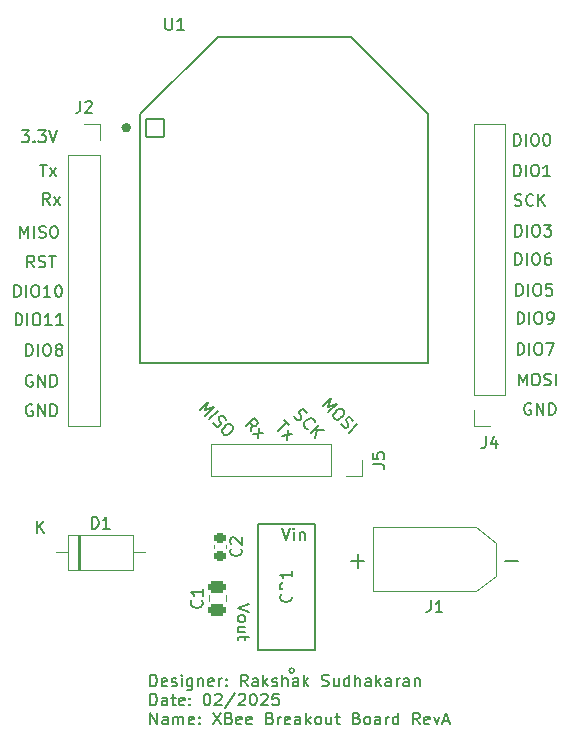
<source format=gto>
G04 #@! TF.GenerationSoftware,KiCad,Pcbnew,7.0.8*
G04 #@! TF.CreationDate,2025-02-11T22:02:48-06:00*
G04 #@! TF.ProjectId,XBeeBreakoutBoard,58426565-4272-4656-916b-6f7574426f61,rev?*
G04 #@! TF.SameCoordinates,Original*
G04 #@! TF.FileFunction,Legend,Top*
G04 #@! TF.FilePolarity,Positive*
%FSLAX46Y46*%
G04 Gerber Fmt 4.6, Leading zero omitted, Abs format (unit mm)*
G04 Created by KiCad (PCBNEW 7.0.8) date 2025-02-11 22:02:48*
%MOMM*%
%LPD*%
G01*
G04 APERTURE LIST*
G04 Aperture macros list*
%AMRoundRect*
0 Rectangle with rounded corners*
0 $1 Rounding radius*
0 $2 $3 $4 $5 $6 $7 $8 $9 X,Y pos of 4 corners*
0 Add a 4 corners polygon primitive as box body*
4,1,4,$2,$3,$4,$5,$6,$7,$8,$9,$2,$3,0*
0 Add four circle primitives for the rounded corners*
1,1,$1+$1,$2,$3*
1,1,$1+$1,$4,$5*
1,1,$1+$1,$6,$7*
1,1,$1+$1,$8,$9*
0 Add four rect primitives between the rounded corners*
20,1,$1+$1,$2,$3,$4,$5,0*
20,1,$1+$1,$4,$5,$6,$7,0*
20,1,$1+$1,$6,$7,$8,$9,0*
20,1,$1+$1,$8,$9,$2,$3,0*%
G04 Aperture macros list end*
%ADD10C,0.150000*%
%ADD11C,0.152400*%
%ADD12C,0.120000*%
%ADD13C,0.127000*%
%ADD14C,0.400000*%
%ADD15C,1.651000*%
%ADD16R,1.651000X1.651000*%
%ADD17R,2.200000X2.200000*%
%ADD18O,2.200000X2.200000*%
%ADD19R,1.700000X1.700000*%
%ADD20O,1.700000X1.700000*%
%ADD21RoundRect,0.102000X-0.765000X-0.765000X0.765000X-0.765000X0.765000X0.765000X-0.765000X0.765000X0*%
%ADD22C,1.734000*%
%ADD23C,3.200000*%
%ADD24RoundRect,0.250000X0.475000X-0.250000X0.475000X0.250000X-0.475000X0.250000X-0.475000X-0.250000X0*%
%ADD25R,3.000000X3.000000*%
%ADD26C,3.000000*%
%ADD27RoundRect,0.225000X-0.250000X0.225000X-0.250000X-0.225000X0.250000X-0.225000X0.250000X0.225000X0*%
G04 APERTURE END LIST*
D10*
X142630190Y-78846087D02*
X143337297Y-78138980D01*
X143337297Y-78138980D02*
X143067923Y-78879758D01*
X143067923Y-78879758D02*
X143808702Y-78610384D01*
X143808702Y-78610384D02*
X143101595Y-79317491D01*
X144280106Y-79081789D02*
X144414793Y-79216476D01*
X144414793Y-79216476D02*
X144448465Y-79317491D01*
X144448465Y-79317491D02*
X144448465Y-79452178D01*
X144448465Y-79452178D02*
X144347449Y-79620537D01*
X144347449Y-79620537D02*
X144111747Y-79856239D01*
X144111747Y-79856239D02*
X143943388Y-79957254D01*
X143943388Y-79957254D02*
X143808701Y-79957254D01*
X143808701Y-79957254D02*
X143707686Y-79923582D01*
X143707686Y-79923582D02*
X143572999Y-79788895D01*
X143572999Y-79788895D02*
X143539327Y-79687880D01*
X143539327Y-79687880D02*
X143539327Y-79553193D01*
X143539327Y-79553193D02*
X143640343Y-79384834D01*
X143640343Y-79384834D02*
X143876045Y-79149132D01*
X143876045Y-79149132D02*
X144044404Y-79048117D01*
X144044404Y-79048117D02*
X144179091Y-79048117D01*
X144179091Y-79048117D02*
X144280106Y-79081789D01*
X144179091Y-80327643D02*
X144246434Y-80462330D01*
X144246434Y-80462330D02*
X144414793Y-80630689D01*
X144414793Y-80630689D02*
X144515808Y-80664361D01*
X144515808Y-80664361D02*
X144583152Y-80664361D01*
X144583152Y-80664361D02*
X144684167Y-80630689D01*
X144684167Y-80630689D02*
X144751510Y-80563346D01*
X144751510Y-80563346D02*
X144785182Y-80462330D01*
X144785182Y-80462330D02*
X144785182Y-80394987D01*
X144785182Y-80394987D02*
X144751510Y-80293972D01*
X144751510Y-80293972D02*
X144650495Y-80125613D01*
X144650495Y-80125613D02*
X144616823Y-80024598D01*
X144616823Y-80024598D02*
X144616823Y-79957254D01*
X144616823Y-79957254D02*
X144650495Y-79856239D01*
X144650495Y-79856239D02*
X144717839Y-79788895D01*
X144717839Y-79788895D02*
X144818854Y-79755224D01*
X144818854Y-79755224D02*
X144886197Y-79755224D01*
X144886197Y-79755224D02*
X144987213Y-79788895D01*
X144987213Y-79788895D02*
X145155571Y-79957254D01*
X145155571Y-79957254D02*
X145222915Y-80091941D01*
X144852526Y-81068422D02*
X145559632Y-80361315D01*
X140230190Y-79678743D02*
X140297534Y-79813430D01*
X140297534Y-79813430D02*
X140465892Y-79981789D01*
X140465892Y-79981789D02*
X140566908Y-80015461D01*
X140566908Y-80015461D02*
X140634251Y-80015461D01*
X140634251Y-80015461D02*
X140735266Y-79981789D01*
X140735266Y-79981789D02*
X140802610Y-79914445D01*
X140802610Y-79914445D02*
X140836282Y-79813430D01*
X140836282Y-79813430D02*
X140836282Y-79746087D01*
X140836282Y-79746087D02*
X140802610Y-79645071D01*
X140802610Y-79645071D02*
X140701595Y-79476713D01*
X140701595Y-79476713D02*
X140667923Y-79375697D01*
X140667923Y-79375697D02*
X140667923Y-79308354D01*
X140667923Y-79308354D02*
X140701595Y-79207339D01*
X140701595Y-79207339D02*
X140768938Y-79139995D01*
X140768938Y-79139995D02*
X140869953Y-79106323D01*
X140869953Y-79106323D02*
X140937297Y-79106323D01*
X140937297Y-79106323D02*
X141038312Y-79139995D01*
X141038312Y-79139995D02*
X141206671Y-79308354D01*
X141206671Y-79308354D02*
X141274015Y-79443041D01*
X141375030Y-80756239D02*
X141307686Y-80756239D01*
X141307686Y-80756239D02*
X141172999Y-80688896D01*
X141172999Y-80688896D02*
X141105656Y-80621552D01*
X141105656Y-80621552D02*
X141038312Y-80486865D01*
X141038312Y-80486865D02*
X141038312Y-80352178D01*
X141038312Y-80352178D02*
X141071984Y-80251163D01*
X141071984Y-80251163D02*
X141172999Y-80082804D01*
X141172999Y-80082804D02*
X141274015Y-79981789D01*
X141274015Y-79981789D02*
X141442373Y-79880774D01*
X141442373Y-79880774D02*
X141543389Y-79847102D01*
X141543389Y-79847102D02*
X141678076Y-79847102D01*
X141678076Y-79847102D02*
X141812763Y-79914445D01*
X141812763Y-79914445D02*
X141880106Y-79981789D01*
X141880106Y-79981789D02*
X141947450Y-80116476D01*
X141947450Y-80116476D02*
X141947450Y-80183819D01*
X141610732Y-81126628D02*
X142317839Y-80419522D01*
X142014793Y-81530689D02*
X142115808Y-80823583D01*
X142721900Y-80823583D02*
X141913778Y-80823583D01*
X136534251Y-80950148D02*
X136635266Y-80377728D01*
X136130190Y-80546087D02*
X136837297Y-79838980D01*
X136837297Y-79838980D02*
X137106671Y-80108354D01*
X137106671Y-80108354D02*
X137140343Y-80209369D01*
X137140343Y-80209369D02*
X137140343Y-80276713D01*
X137140343Y-80276713D02*
X137106671Y-80377728D01*
X137106671Y-80377728D02*
X137005656Y-80478743D01*
X137005656Y-80478743D02*
X136904641Y-80512415D01*
X136904641Y-80512415D02*
X136837297Y-80512415D01*
X136837297Y-80512415D02*
X136736282Y-80478743D01*
X136736282Y-80478743D02*
X136466908Y-80209369D01*
X136769953Y-81185850D02*
X137611747Y-81084835D01*
X137241358Y-80714445D02*
X137140343Y-81556239D01*
X139336282Y-80037965D02*
X139740343Y-80442026D01*
X138831205Y-80947102D02*
X139538312Y-80239995D01*
X139201595Y-81317491D02*
X140043389Y-81216476D01*
X139672999Y-80846087D02*
X139571984Y-81687881D01*
X132230190Y-79146087D02*
X132937297Y-78438980D01*
X132937297Y-78438980D02*
X132667923Y-79179758D01*
X132667923Y-79179758D02*
X133408702Y-78910384D01*
X133408702Y-78910384D02*
X132701595Y-79617491D01*
X133038312Y-79954208D02*
X133745419Y-79247102D01*
X133375029Y-80223582D02*
X133442373Y-80358269D01*
X133442373Y-80358269D02*
X133610732Y-80526628D01*
X133610732Y-80526628D02*
X133711747Y-80560300D01*
X133711747Y-80560300D02*
X133779090Y-80560300D01*
X133779090Y-80560300D02*
X133880106Y-80526628D01*
X133880106Y-80526628D02*
X133947449Y-80459284D01*
X133947449Y-80459284D02*
X133981121Y-80358269D01*
X133981121Y-80358269D02*
X133981121Y-80290926D01*
X133981121Y-80290926D02*
X133947449Y-80189910D01*
X133947449Y-80189910D02*
X133846434Y-80021552D01*
X133846434Y-80021552D02*
X133812762Y-79920536D01*
X133812762Y-79920536D02*
X133812762Y-79853193D01*
X133812762Y-79853193D02*
X133846434Y-79752178D01*
X133846434Y-79752178D02*
X133913777Y-79684834D01*
X133913777Y-79684834D02*
X134014793Y-79651162D01*
X134014793Y-79651162D02*
X134082136Y-79651162D01*
X134082136Y-79651162D02*
X134183151Y-79684834D01*
X134183151Y-79684834D02*
X134351510Y-79853193D01*
X134351510Y-79853193D02*
X134418854Y-79987880D01*
X134890258Y-80391941D02*
X135024945Y-80526628D01*
X135024945Y-80526628D02*
X135058617Y-80627643D01*
X135058617Y-80627643D02*
X135058617Y-80762330D01*
X135058617Y-80762330D02*
X134957602Y-80930689D01*
X134957602Y-80930689D02*
X134721899Y-81166391D01*
X134721899Y-81166391D02*
X134553541Y-81267406D01*
X134553541Y-81267406D02*
X134418854Y-81267406D01*
X134418854Y-81267406D02*
X134317838Y-81233735D01*
X134317838Y-81233735D02*
X134183151Y-81099048D01*
X134183151Y-81099048D02*
X134149480Y-80998032D01*
X134149480Y-80998032D02*
X134149480Y-80863345D01*
X134149480Y-80863345D02*
X134250495Y-80694987D01*
X134250495Y-80694987D02*
X134486197Y-80459284D01*
X134486197Y-80459284D02*
X134654556Y-80358269D01*
X134654556Y-80358269D02*
X134789243Y-80358269D01*
X134789243Y-80358269D02*
X134890258Y-80391941D01*
X128036779Y-102549819D02*
X128036779Y-101549819D01*
X128036779Y-101549819D02*
X128274874Y-101549819D01*
X128274874Y-101549819D02*
X128417731Y-101597438D01*
X128417731Y-101597438D02*
X128512969Y-101692676D01*
X128512969Y-101692676D02*
X128560588Y-101787914D01*
X128560588Y-101787914D02*
X128608207Y-101978390D01*
X128608207Y-101978390D02*
X128608207Y-102121247D01*
X128608207Y-102121247D02*
X128560588Y-102311723D01*
X128560588Y-102311723D02*
X128512969Y-102406961D01*
X128512969Y-102406961D02*
X128417731Y-102502200D01*
X128417731Y-102502200D02*
X128274874Y-102549819D01*
X128274874Y-102549819D02*
X128036779Y-102549819D01*
X129417731Y-102502200D02*
X129322493Y-102549819D01*
X129322493Y-102549819D02*
X129132017Y-102549819D01*
X129132017Y-102549819D02*
X129036779Y-102502200D01*
X129036779Y-102502200D02*
X128989160Y-102406961D01*
X128989160Y-102406961D02*
X128989160Y-102026009D01*
X128989160Y-102026009D02*
X129036779Y-101930771D01*
X129036779Y-101930771D02*
X129132017Y-101883152D01*
X129132017Y-101883152D02*
X129322493Y-101883152D01*
X129322493Y-101883152D02*
X129417731Y-101930771D01*
X129417731Y-101930771D02*
X129465350Y-102026009D01*
X129465350Y-102026009D02*
X129465350Y-102121247D01*
X129465350Y-102121247D02*
X128989160Y-102216485D01*
X129846303Y-102502200D02*
X129941541Y-102549819D01*
X129941541Y-102549819D02*
X130132017Y-102549819D01*
X130132017Y-102549819D02*
X130227255Y-102502200D01*
X130227255Y-102502200D02*
X130274874Y-102406961D01*
X130274874Y-102406961D02*
X130274874Y-102359342D01*
X130274874Y-102359342D02*
X130227255Y-102264104D01*
X130227255Y-102264104D02*
X130132017Y-102216485D01*
X130132017Y-102216485D02*
X129989160Y-102216485D01*
X129989160Y-102216485D02*
X129893922Y-102168866D01*
X129893922Y-102168866D02*
X129846303Y-102073628D01*
X129846303Y-102073628D02*
X129846303Y-102026009D01*
X129846303Y-102026009D02*
X129893922Y-101930771D01*
X129893922Y-101930771D02*
X129989160Y-101883152D01*
X129989160Y-101883152D02*
X130132017Y-101883152D01*
X130132017Y-101883152D02*
X130227255Y-101930771D01*
X130703446Y-102549819D02*
X130703446Y-101883152D01*
X130703446Y-101549819D02*
X130655827Y-101597438D01*
X130655827Y-101597438D02*
X130703446Y-101645057D01*
X130703446Y-101645057D02*
X130751065Y-101597438D01*
X130751065Y-101597438D02*
X130703446Y-101549819D01*
X130703446Y-101549819D02*
X130703446Y-101645057D01*
X131608207Y-101883152D02*
X131608207Y-102692676D01*
X131608207Y-102692676D02*
X131560588Y-102787914D01*
X131560588Y-102787914D02*
X131512969Y-102835533D01*
X131512969Y-102835533D02*
X131417731Y-102883152D01*
X131417731Y-102883152D02*
X131274874Y-102883152D01*
X131274874Y-102883152D02*
X131179636Y-102835533D01*
X131608207Y-102502200D02*
X131512969Y-102549819D01*
X131512969Y-102549819D02*
X131322493Y-102549819D01*
X131322493Y-102549819D02*
X131227255Y-102502200D01*
X131227255Y-102502200D02*
X131179636Y-102454580D01*
X131179636Y-102454580D02*
X131132017Y-102359342D01*
X131132017Y-102359342D02*
X131132017Y-102073628D01*
X131132017Y-102073628D02*
X131179636Y-101978390D01*
X131179636Y-101978390D02*
X131227255Y-101930771D01*
X131227255Y-101930771D02*
X131322493Y-101883152D01*
X131322493Y-101883152D02*
X131512969Y-101883152D01*
X131512969Y-101883152D02*
X131608207Y-101930771D01*
X132084398Y-101883152D02*
X132084398Y-102549819D01*
X132084398Y-101978390D02*
X132132017Y-101930771D01*
X132132017Y-101930771D02*
X132227255Y-101883152D01*
X132227255Y-101883152D02*
X132370112Y-101883152D01*
X132370112Y-101883152D02*
X132465350Y-101930771D01*
X132465350Y-101930771D02*
X132512969Y-102026009D01*
X132512969Y-102026009D02*
X132512969Y-102549819D01*
X133370112Y-102502200D02*
X133274874Y-102549819D01*
X133274874Y-102549819D02*
X133084398Y-102549819D01*
X133084398Y-102549819D02*
X132989160Y-102502200D01*
X132989160Y-102502200D02*
X132941541Y-102406961D01*
X132941541Y-102406961D02*
X132941541Y-102026009D01*
X132941541Y-102026009D02*
X132989160Y-101930771D01*
X132989160Y-101930771D02*
X133084398Y-101883152D01*
X133084398Y-101883152D02*
X133274874Y-101883152D01*
X133274874Y-101883152D02*
X133370112Y-101930771D01*
X133370112Y-101930771D02*
X133417731Y-102026009D01*
X133417731Y-102026009D02*
X133417731Y-102121247D01*
X133417731Y-102121247D02*
X132941541Y-102216485D01*
X133846303Y-102549819D02*
X133846303Y-101883152D01*
X133846303Y-102073628D02*
X133893922Y-101978390D01*
X133893922Y-101978390D02*
X133941541Y-101930771D01*
X133941541Y-101930771D02*
X134036779Y-101883152D01*
X134036779Y-101883152D02*
X134132017Y-101883152D01*
X134465351Y-102454580D02*
X134512970Y-102502200D01*
X134512970Y-102502200D02*
X134465351Y-102549819D01*
X134465351Y-102549819D02*
X134417732Y-102502200D01*
X134417732Y-102502200D02*
X134465351Y-102454580D01*
X134465351Y-102454580D02*
X134465351Y-102549819D01*
X134465351Y-101930771D02*
X134512970Y-101978390D01*
X134512970Y-101978390D02*
X134465351Y-102026009D01*
X134465351Y-102026009D02*
X134417732Y-101978390D01*
X134417732Y-101978390D02*
X134465351Y-101930771D01*
X134465351Y-101930771D02*
X134465351Y-102026009D01*
X136274874Y-102549819D02*
X135941541Y-102073628D01*
X135703446Y-102549819D02*
X135703446Y-101549819D01*
X135703446Y-101549819D02*
X136084398Y-101549819D01*
X136084398Y-101549819D02*
X136179636Y-101597438D01*
X136179636Y-101597438D02*
X136227255Y-101645057D01*
X136227255Y-101645057D02*
X136274874Y-101740295D01*
X136274874Y-101740295D02*
X136274874Y-101883152D01*
X136274874Y-101883152D02*
X136227255Y-101978390D01*
X136227255Y-101978390D02*
X136179636Y-102026009D01*
X136179636Y-102026009D02*
X136084398Y-102073628D01*
X136084398Y-102073628D02*
X135703446Y-102073628D01*
X137132017Y-102549819D02*
X137132017Y-102026009D01*
X137132017Y-102026009D02*
X137084398Y-101930771D01*
X137084398Y-101930771D02*
X136989160Y-101883152D01*
X136989160Y-101883152D02*
X136798684Y-101883152D01*
X136798684Y-101883152D02*
X136703446Y-101930771D01*
X137132017Y-102502200D02*
X137036779Y-102549819D01*
X137036779Y-102549819D02*
X136798684Y-102549819D01*
X136798684Y-102549819D02*
X136703446Y-102502200D01*
X136703446Y-102502200D02*
X136655827Y-102406961D01*
X136655827Y-102406961D02*
X136655827Y-102311723D01*
X136655827Y-102311723D02*
X136703446Y-102216485D01*
X136703446Y-102216485D02*
X136798684Y-102168866D01*
X136798684Y-102168866D02*
X137036779Y-102168866D01*
X137036779Y-102168866D02*
X137132017Y-102121247D01*
X137608208Y-102549819D02*
X137608208Y-101549819D01*
X137703446Y-102168866D02*
X137989160Y-102549819D01*
X137989160Y-101883152D02*
X137608208Y-102264104D01*
X138370113Y-102502200D02*
X138465351Y-102549819D01*
X138465351Y-102549819D02*
X138655827Y-102549819D01*
X138655827Y-102549819D02*
X138751065Y-102502200D01*
X138751065Y-102502200D02*
X138798684Y-102406961D01*
X138798684Y-102406961D02*
X138798684Y-102359342D01*
X138798684Y-102359342D02*
X138751065Y-102264104D01*
X138751065Y-102264104D02*
X138655827Y-102216485D01*
X138655827Y-102216485D02*
X138512970Y-102216485D01*
X138512970Y-102216485D02*
X138417732Y-102168866D01*
X138417732Y-102168866D02*
X138370113Y-102073628D01*
X138370113Y-102073628D02*
X138370113Y-102026009D01*
X138370113Y-102026009D02*
X138417732Y-101930771D01*
X138417732Y-101930771D02*
X138512970Y-101883152D01*
X138512970Y-101883152D02*
X138655827Y-101883152D01*
X138655827Y-101883152D02*
X138751065Y-101930771D01*
X139227256Y-102549819D02*
X139227256Y-101549819D01*
X139655827Y-102549819D02*
X139655827Y-102026009D01*
X139655827Y-102026009D02*
X139608208Y-101930771D01*
X139608208Y-101930771D02*
X139512970Y-101883152D01*
X139512970Y-101883152D02*
X139370113Y-101883152D01*
X139370113Y-101883152D02*
X139274875Y-101930771D01*
X139274875Y-101930771D02*
X139227256Y-101978390D01*
X140560589Y-102549819D02*
X140560589Y-102026009D01*
X140560589Y-102026009D02*
X140512970Y-101930771D01*
X140512970Y-101930771D02*
X140417732Y-101883152D01*
X140417732Y-101883152D02*
X140227256Y-101883152D01*
X140227256Y-101883152D02*
X140132018Y-101930771D01*
X140560589Y-102502200D02*
X140465351Y-102549819D01*
X140465351Y-102549819D02*
X140227256Y-102549819D01*
X140227256Y-102549819D02*
X140132018Y-102502200D01*
X140132018Y-102502200D02*
X140084399Y-102406961D01*
X140084399Y-102406961D02*
X140084399Y-102311723D01*
X140084399Y-102311723D02*
X140132018Y-102216485D01*
X140132018Y-102216485D02*
X140227256Y-102168866D01*
X140227256Y-102168866D02*
X140465351Y-102168866D01*
X140465351Y-102168866D02*
X140560589Y-102121247D01*
X141036780Y-102549819D02*
X141036780Y-101549819D01*
X141132018Y-102168866D02*
X141417732Y-102549819D01*
X141417732Y-101883152D02*
X141036780Y-102264104D01*
X142560590Y-102502200D02*
X142703447Y-102549819D01*
X142703447Y-102549819D02*
X142941542Y-102549819D01*
X142941542Y-102549819D02*
X143036780Y-102502200D01*
X143036780Y-102502200D02*
X143084399Y-102454580D01*
X143084399Y-102454580D02*
X143132018Y-102359342D01*
X143132018Y-102359342D02*
X143132018Y-102264104D01*
X143132018Y-102264104D02*
X143084399Y-102168866D01*
X143084399Y-102168866D02*
X143036780Y-102121247D01*
X143036780Y-102121247D02*
X142941542Y-102073628D01*
X142941542Y-102073628D02*
X142751066Y-102026009D01*
X142751066Y-102026009D02*
X142655828Y-101978390D01*
X142655828Y-101978390D02*
X142608209Y-101930771D01*
X142608209Y-101930771D02*
X142560590Y-101835533D01*
X142560590Y-101835533D02*
X142560590Y-101740295D01*
X142560590Y-101740295D02*
X142608209Y-101645057D01*
X142608209Y-101645057D02*
X142655828Y-101597438D01*
X142655828Y-101597438D02*
X142751066Y-101549819D01*
X142751066Y-101549819D02*
X142989161Y-101549819D01*
X142989161Y-101549819D02*
X143132018Y-101597438D01*
X143989161Y-101883152D02*
X143989161Y-102549819D01*
X143560590Y-101883152D02*
X143560590Y-102406961D01*
X143560590Y-102406961D02*
X143608209Y-102502200D01*
X143608209Y-102502200D02*
X143703447Y-102549819D01*
X143703447Y-102549819D02*
X143846304Y-102549819D01*
X143846304Y-102549819D02*
X143941542Y-102502200D01*
X143941542Y-102502200D02*
X143989161Y-102454580D01*
X144893923Y-102549819D02*
X144893923Y-101549819D01*
X144893923Y-102502200D02*
X144798685Y-102549819D01*
X144798685Y-102549819D02*
X144608209Y-102549819D01*
X144608209Y-102549819D02*
X144512971Y-102502200D01*
X144512971Y-102502200D02*
X144465352Y-102454580D01*
X144465352Y-102454580D02*
X144417733Y-102359342D01*
X144417733Y-102359342D02*
X144417733Y-102073628D01*
X144417733Y-102073628D02*
X144465352Y-101978390D01*
X144465352Y-101978390D02*
X144512971Y-101930771D01*
X144512971Y-101930771D02*
X144608209Y-101883152D01*
X144608209Y-101883152D02*
X144798685Y-101883152D01*
X144798685Y-101883152D02*
X144893923Y-101930771D01*
X145370114Y-102549819D02*
X145370114Y-101549819D01*
X145798685Y-102549819D02*
X145798685Y-102026009D01*
X145798685Y-102026009D02*
X145751066Y-101930771D01*
X145751066Y-101930771D02*
X145655828Y-101883152D01*
X145655828Y-101883152D02*
X145512971Y-101883152D01*
X145512971Y-101883152D02*
X145417733Y-101930771D01*
X145417733Y-101930771D02*
X145370114Y-101978390D01*
X146703447Y-102549819D02*
X146703447Y-102026009D01*
X146703447Y-102026009D02*
X146655828Y-101930771D01*
X146655828Y-101930771D02*
X146560590Y-101883152D01*
X146560590Y-101883152D02*
X146370114Y-101883152D01*
X146370114Y-101883152D02*
X146274876Y-101930771D01*
X146703447Y-102502200D02*
X146608209Y-102549819D01*
X146608209Y-102549819D02*
X146370114Y-102549819D01*
X146370114Y-102549819D02*
X146274876Y-102502200D01*
X146274876Y-102502200D02*
X146227257Y-102406961D01*
X146227257Y-102406961D02*
X146227257Y-102311723D01*
X146227257Y-102311723D02*
X146274876Y-102216485D01*
X146274876Y-102216485D02*
X146370114Y-102168866D01*
X146370114Y-102168866D02*
X146608209Y-102168866D01*
X146608209Y-102168866D02*
X146703447Y-102121247D01*
X147179638Y-102549819D02*
X147179638Y-101549819D01*
X147274876Y-102168866D02*
X147560590Y-102549819D01*
X147560590Y-101883152D02*
X147179638Y-102264104D01*
X148417733Y-102549819D02*
X148417733Y-102026009D01*
X148417733Y-102026009D02*
X148370114Y-101930771D01*
X148370114Y-101930771D02*
X148274876Y-101883152D01*
X148274876Y-101883152D02*
X148084400Y-101883152D01*
X148084400Y-101883152D02*
X147989162Y-101930771D01*
X148417733Y-102502200D02*
X148322495Y-102549819D01*
X148322495Y-102549819D02*
X148084400Y-102549819D01*
X148084400Y-102549819D02*
X147989162Y-102502200D01*
X147989162Y-102502200D02*
X147941543Y-102406961D01*
X147941543Y-102406961D02*
X147941543Y-102311723D01*
X147941543Y-102311723D02*
X147989162Y-102216485D01*
X147989162Y-102216485D02*
X148084400Y-102168866D01*
X148084400Y-102168866D02*
X148322495Y-102168866D01*
X148322495Y-102168866D02*
X148417733Y-102121247D01*
X148893924Y-102549819D02*
X148893924Y-101883152D01*
X148893924Y-102073628D02*
X148941543Y-101978390D01*
X148941543Y-101978390D02*
X148989162Y-101930771D01*
X148989162Y-101930771D02*
X149084400Y-101883152D01*
X149084400Y-101883152D02*
X149179638Y-101883152D01*
X149941543Y-102549819D02*
X149941543Y-102026009D01*
X149941543Y-102026009D02*
X149893924Y-101930771D01*
X149893924Y-101930771D02*
X149798686Y-101883152D01*
X149798686Y-101883152D02*
X149608210Y-101883152D01*
X149608210Y-101883152D02*
X149512972Y-101930771D01*
X149941543Y-102502200D02*
X149846305Y-102549819D01*
X149846305Y-102549819D02*
X149608210Y-102549819D01*
X149608210Y-102549819D02*
X149512972Y-102502200D01*
X149512972Y-102502200D02*
X149465353Y-102406961D01*
X149465353Y-102406961D02*
X149465353Y-102311723D01*
X149465353Y-102311723D02*
X149512972Y-102216485D01*
X149512972Y-102216485D02*
X149608210Y-102168866D01*
X149608210Y-102168866D02*
X149846305Y-102168866D01*
X149846305Y-102168866D02*
X149941543Y-102121247D01*
X150417734Y-101883152D02*
X150417734Y-102549819D01*
X150417734Y-101978390D02*
X150465353Y-101930771D01*
X150465353Y-101930771D02*
X150560591Y-101883152D01*
X150560591Y-101883152D02*
X150703448Y-101883152D01*
X150703448Y-101883152D02*
X150798686Y-101930771D01*
X150798686Y-101930771D02*
X150846305Y-102026009D01*
X150846305Y-102026009D02*
X150846305Y-102549819D01*
X128036779Y-104159819D02*
X128036779Y-103159819D01*
X128036779Y-103159819D02*
X128274874Y-103159819D01*
X128274874Y-103159819D02*
X128417731Y-103207438D01*
X128417731Y-103207438D02*
X128512969Y-103302676D01*
X128512969Y-103302676D02*
X128560588Y-103397914D01*
X128560588Y-103397914D02*
X128608207Y-103588390D01*
X128608207Y-103588390D02*
X128608207Y-103731247D01*
X128608207Y-103731247D02*
X128560588Y-103921723D01*
X128560588Y-103921723D02*
X128512969Y-104016961D01*
X128512969Y-104016961D02*
X128417731Y-104112200D01*
X128417731Y-104112200D02*
X128274874Y-104159819D01*
X128274874Y-104159819D02*
X128036779Y-104159819D01*
X129465350Y-104159819D02*
X129465350Y-103636009D01*
X129465350Y-103636009D02*
X129417731Y-103540771D01*
X129417731Y-103540771D02*
X129322493Y-103493152D01*
X129322493Y-103493152D02*
X129132017Y-103493152D01*
X129132017Y-103493152D02*
X129036779Y-103540771D01*
X129465350Y-104112200D02*
X129370112Y-104159819D01*
X129370112Y-104159819D02*
X129132017Y-104159819D01*
X129132017Y-104159819D02*
X129036779Y-104112200D01*
X129036779Y-104112200D02*
X128989160Y-104016961D01*
X128989160Y-104016961D02*
X128989160Y-103921723D01*
X128989160Y-103921723D02*
X129036779Y-103826485D01*
X129036779Y-103826485D02*
X129132017Y-103778866D01*
X129132017Y-103778866D02*
X129370112Y-103778866D01*
X129370112Y-103778866D02*
X129465350Y-103731247D01*
X129798684Y-103493152D02*
X130179636Y-103493152D01*
X129941541Y-103159819D02*
X129941541Y-104016961D01*
X129941541Y-104016961D02*
X129989160Y-104112200D01*
X129989160Y-104112200D02*
X130084398Y-104159819D01*
X130084398Y-104159819D02*
X130179636Y-104159819D01*
X130893922Y-104112200D02*
X130798684Y-104159819D01*
X130798684Y-104159819D02*
X130608208Y-104159819D01*
X130608208Y-104159819D02*
X130512970Y-104112200D01*
X130512970Y-104112200D02*
X130465351Y-104016961D01*
X130465351Y-104016961D02*
X130465351Y-103636009D01*
X130465351Y-103636009D02*
X130512970Y-103540771D01*
X130512970Y-103540771D02*
X130608208Y-103493152D01*
X130608208Y-103493152D02*
X130798684Y-103493152D01*
X130798684Y-103493152D02*
X130893922Y-103540771D01*
X130893922Y-103540771D02*
X130941541Y-103636009D01*
X130941541Y-103636009D02*
X130941541Y-103731247D01*
X130941541Y-103731247D02*
X130465351Y-103826485D01*
X131370113Y-104064580D02*
X131417732Y-104112200D01*
X131417732Y-104112200D02*
X131370113Y-104159819D01*
X131370113Y-104159819D02*
X131322494Y-104112200D01*
X131322494Y-104112200D02*
X131370113Y-104064580D01*
X131370113Y-104064580D02*
X131370113Y-104159819D01*
X131370113Y-103540771D02*
X131417732Y-103588390D01*
X131417732Y-103588390D02*
X131370113Y-103636009D01*
X131370113Y-103636009D02*
X131322494Y-103588390D01*
X131322494Y-103588390D02*
X131370113Y-103540771D01*
X131370113Y-103540771D02*
X131370113Y-103636009D01*
X132798684Y-103159819D02*
X132893922Y-103159819D01*
X132893922Y-103159819D02*
X132989160Y-103207438D01*
X132989160Y-103207438D02*
X133036779Y-103255057D01*
X133036779Y-103255057D02*
X133084398Y-103350295D01*
X133084398Y-103350295D02*
X133132017Y-103540771D01*
X133132017Y-103540771D02*
X133132017Y-103778866D01*
X133132017Y-103778866D02*
X133084398Y-103969342D01*
X133084398Y-103969342D02*
X133036779Y-104064580D01*
X133036779Y-104064580D02*
X132989160Y-104112200D01*
X132989160Y-104112200D02*
X132893922Y-104159819D01*
X132893922Y-104159819D02*
X132798684Y-104159819D01*
X132798684Y-104159819D02*
X132703446Y-104112200D01*
X132703446Y-104112200D02*
X132655827Y-104064580D01*
X132655827Y-104064580D02*
X132608208Y-103969342D01*
X132608208Y-103969342D02*
X132560589Y-103778866D01*
X132560589Y-103778866D02*
X132560589Y-103540771D01*
X132560589Y-103540771D02*
X132608208Y-103350295D01*
X132608208Y-103350295D02*
X132655827Y-103255057D01*
X132655827Y-103255057D02*
X132703446Y-103207438D01*
X132703446Y-103207438D02*
X132798684Y-103159819D01*
X133512970Y-103255057D02*
X133560589Y-103207438D01*
X133560589Y-103207438D02*
X133655827Y-103159819D01*
X133655827Y-103159819D02*
X133893922Y-103159819D01*
X133893922Y-103159819D02*
X133989160Y-103207438D01*
X133989160Y-103207438D02*
X134036779Y-103255057D01*
X134036779Y-103255057D02*
X134084398Y-103350295D01*
X134084398Y-103350295D02*
X134084398Y-103445533D01*
X134084398Y-103445533D02*
X134036779Y-103588390D01*
X134036779Y-103588390D02*
X133465351Y-104159819D01*
X133465351Y-104159819D02*
X134084398Y-104159819D01*
X135227255Y-103112200D02*
X134370113Y-104397914D01*
X135512970Y-103255057D02*
X135560589Y-103207438D01*
X135560589Y-103207438D02*
X135655827Y-103159819D01*
X135655827Y-103159819D02*
X135893922Y-103159819D01*
X135893922Y-103159819D02*
X135989160Y-103207438D01*
X135989160Y-103207438D02*
X136036779Y-103255057D01*
X136036779Y-103255057D02*
X136084398Y-103350295D01*
X136084398Y-103350295D02*
X136084398Y-103445533D01*
X136084398Y-103445533D02*
X136036779Y-103588390D01*
X136036779Y-103588390D02*
X135465351Y-104159819D01*
X135465351Y-104159819D02*
X136084398Y-104159819D01*
X136703446Y-103159819D02*
X136798684Y-103159819D01*
X136798684Y-103159819D02*
X136893922Y-103207438D01*
X136893922Y-103207438D02*
X136941541Y-103255057D01*
X136941541Y-103255057D02*
X136989160Y-103350295D01*
X136989160Y-103350295D02*
X137036779Y-103540771D01*
X137036779Y-103540771D02*
X137036779Y-103778866D01*
X137036779Y-103778866D02*
X136989160Y-103969342D01*
X136989160Y-103969342D02*
X136941541Y-104064580D01*
X136941541Y-104064580D02*
X136893922Y-104112200D01*
X136893922Y-104112200D02*
X136798684Y-104159819D01*
X136798684Y-104159819D02*
X136703446Y-104159819D01*
X136703446Y-104159819D02*
X136608208Y-104112200D01*
X136608208Y-104112200D02*
X136560589Y-104064580D01*
X136560589Y-104064580D02*
X136512970Y-103969342D01*
X136512970Y-103969342D02*
X136465351Y-103778866D01*
X136465351Y-103778866D02*
X136465351Y-103540771D01*
X136465351Y-103540771D02*
X136512970Y-103350295D01*
X136512970Y-103350295D02*
X136560589Y-103255057D01*
X136560589Y-103255057D02*
X136608208Y-103207438D01*
X136608208Y-103207438D02*
X136703446Y-103159819D01*
X137417732Y-103255057D02*
X137465351Y-103207438D01*
X137465351Y-103207438D02*
X137560589Y-103159819D01*
X137560589Y-103159819D02*
X137798684Y-103159819D01*
X137798684Y-103159819D02*
X137893922Y-103207438D01*
X137893922Y-103207438D02*
X137941541Y-103255057D01*
X137941541Y-103255057D02*
X137989160Y-103350295D01*
X137989160Y-103350295D02*
X137989160Y-103445533D01*
X137989160Y-103445533D02*
X137941541Y-103588390D01*
X137941541Y-103588390D02*
X137370113Y-104159819D01*
X137370113Y-104159819D02*
X137989160Y-104159819D01*
X138893922Y-103159819D02*
X138417732Y-103159819D01*
X138417732Y-103159819D02*
X138370113Y-103636009D01*
X138370113Y-103636009D02*
X138417732Y-103588390D01*
X138417732Y-103588390D02*
X138512970Y-103540771D01*
X138512970Y-103540771D02*
X138751065Y-103540771D01*
X138751065Y-103540771D02*
X138846303Y-103588390D01*
X138846303Y-103588390D02*
X138893922Y-103636009D01*
X138893922Y-103636009D02*
X138941541Y-103731247D01*
X138941541Y-103731247D02*
X138941541Y-103969342D01*
X138941541Y-103969342D02*
X138893922Y-104064580D01*
X138893922Y-104064580D02*
X138846303Y-104112200D01*
X138846303Y-104112200D02*
X138751065Y-104159819D01*
X138751065Y-104159819D02*
X138512970Y-104159819D01*
X138512970Y-104159819D02*
X138417732Y-104112200D01*
X138417732Y-104112200D02*
X138370113Y-104064580D01*
X128036779Y-105769819D02*
X128036779Y-104769819D01*
X128036779Y-104769819D02*
X128608207Y-105769819D01*
X128608207Y-105769819D02*
X128608207Y-104769819D01*
X129512969Y-105769819D02*
X129512969Y-105246009D01*
X129512969Y-105246009D02*
X129465350Y-105150771D01*
X129465350Y-105150771D02*
X129370112Y-105103152D01*
X129370112Y-105103152D02*
X129179636Y-105103152D01*
X129179636Y-105103152D02*
X129084398Y-105150771D01*
X129512969Y-105722200D02*
X129417731Y-105769819D01*
X129417731Y-105769819D02*
X129179636Y-105769819D01*
X129179636Y-105769819D02*
X129084398Y-105722200D01*
X129084398Y-105722200D02*
X129036779Y-105626961D01*
X129036779Y-105626961D02*
X129036779Y-105531723D01*
X129036779Y-105531723D02*
X129084398Y-105436485D01*
X129084398Y-105436485D02*
X129179636Y-105388866D01*
X129179636Y-105388866D02*
X129417731Y-105388866D01*
X129417731Y-105388866D02*
X129512969Y-105341247D01*
X129989160Y-105769819D02*
X129989160Y-105103152D01*
X129989160Y-105198390D02*
X130036779Y-105150771D01*
X130036779Y-105150771D02*
X130132017Y-105103152D01*
X130132017Y-105103152D02*
X130274874Y-105103152D01*
X130274874Y-105103152D02*
X130370112Y-105150771D01*
X130370112Y-105150771D02*
X130417731Y-105246009D01*
X130417731Y-105246009D02*
X130417731Y-105769819D01*
X130417731Y-105246009D02*
X130465350Y-105150771D01*
X130465350Y-105150771D02*
X130560588Y-105103152D01*
X130560588Y-105103152D02*
X130703445Y-105103152D01*
X130703445Y-105103152D02*
X130798684Y-105150771D01*
X130798684Y-105150771D02*
X130846303Y-105246009D01*
X130846303Y-105246009D02*
X130846303Y-105769819D01*
X131703445Y-105722200D02*
X131608207Y-105769819D01*
X131608207Y-105769819D02*
X131417731Y-105769819D01*
X131417731Y-105769819D02*
X131322493Y-105722200D01*
X131322493Y-105722200D02*
X131274874Y-105626961D01*
X131274874Y-105626961D02*
X131274874Y-105246009D01*
X131274874Y-105246009D02*
X131322493Y-105150771D01*
X131322493Y-105150771D02*
X131417731Y-105103152D01*
X131417731Y-105103152D02*
X131608207Y-105103152D01*
X131608207Y-105103152D02*
X131703445Y-105150771D01*
X131703445Y-105150771D02*
X131751064Y-105246009D01*
X131751064Y-105246009D02*
X131751064Y-105341247D01*
X131751064Y-105341247D02*
X131274874Y-105436485D01*
X132179636Y-105674580D02*
X132227255Y-105722200D01*
X132227255Y-105722200D02*
X132179636Y-105769819D01*
X132179636Y-105769819D02*
X132132017Y-105722200D01*
X132132017Y-105722200D02*
X132179636Y-105674580D01*
X132179636Y-105674580D02*
X132179636Y-105769819D01*
X132179636Y-105150771D02*
X132227255Y-105198390D01*
X132227255Y-105198390D02*
X132179636Y-105246009D01*
X132179636Y-105246009D02*
X132132017Y-105198390D01*
X132132017Y-105198390D02*
X132179636Y-105150771D01*
X132179636Y-105150771D02*
X132179636Y-105246009D01*
X133322493Y-104769819D02*
X133989159Y-105769819D01*
X133989159Y-104769819D02*
X133322493Y-105769819D01*
X134703445Y-105246009D02*
X134846302Y-105293628D01*
X134846302Y-105293628D02*
X134893921Y-105341247D01*
X134893921Y-105341247D02*
X134941540Y-105436485D01*
X134941540Y-105436485D02*
X134941540Y-105579342D01*
X134941540Y-105579342D02*
X134893921Y-105674580D01*
X134893921Y-105674580D02*
X134846302Y-105722200D01*
X134846302Y-105722200D02*
X134751064Y-105769819D01*
X134751064Y-105769819D02*
X134370112Y-105769819D01*
X134370112Y-105769819D02*
X134370112Y-104769819D01*
X134370112Y-104769819D02*
X134703445Y-104769819D01*
X134703445Y-104769819D02*
X134798683Y-104817438D01*
X134798683Y-104817438D02*
X134846302Y-104865057D01*
X134846302Y-104865057D02*
X134893921Y-104960295D01*
X134893921Y-104960295D02*
X134893921Y-105055533D01*
X134893921Y-105055533D02*
X134846302Y-105150771D01*
X134846302Y-105150771D02*
X134798683Y-105198390D01*
X134798683Y-105198390D02*
X134703445Y-105246009D01*
X134703445Y-105246009D02*
X134370112Y-105246009D01*
X135751064Y-105722200D02*
X135655826Y-105769819D01*
X135655826Y-105769819D02*
X135465350Y-105769819D01*
X135465350Y-105769819D02*
X135370112Y-105722200D01*
X135370112Y-105722200D02*
X135322493Y-105626961D01*
X135322493Y-105626961D02*
X135322493Y-105246009D01*
X135322493Y-105246009D02*
X135370112Y-105150771D01*
X135370112Y-105150771D02*
X135465350Y-105103152D01*
X135465350Y-105103152D02*
X135655826Y-105103152D01*
X135655826Y-105103152D02*
X135751064Y-105150771D01*
X135751064Y-105150771D02*
X135798683Y-105246009D01*
X135798683Y-105246009D02*
X135798683Y-105341247D01*
X135798683Y-105341247D02*
X135322493Y-105436485D01*
X136608207Y-105722200D02*
X136512969Y-105769819D01*
X136512969Y-105769819D02*
X136322493Y-105769819D01*
X136322493Y-105769819D02*
X136227255Y-105722200D01*
X136227255Y-105722200D02*
X136179636Y-105626961D01*
X136179636Y-105626961D02*
X136179636Y-105246009D01*
X136179636Y-105246009D02*
X136227255Y-105150771D01*
X136227255Y-105150771D02*
X136322493Y-105103152D01*
X136322493Y-105103152D02*
X136512969Y-105103152D01*
X136512969Y-105103152D02*
X136608207Y-105150771D01*
X136608207Y-105150771D02*
X136655826Y-105246009D01*
X136655826Y-105246009D02*
X136655826Y-105341247D01*
X136655826Y-105341247D02*
X136179636Y-105436485D01*
X138179636Y-105246009D02*
X138322493Y-105293628D01*
X138322493Y-105293628D02*
X138370112Y-105341247D01*
X138370112Y-105341247D02*
X138417731Y-105436485D01*
X138417731Y-105436485D02*
X138417731Y-105579342D01*
X138417731Y-105579342D02*
X138370112Y-105674580D01*
X138370112Y-105674580D02*
X138322493Y-105722200D01*
X138322493Y-105722200D02*
X138227255Y-105769819D01*
X138227255Y-105769819D02*
X137846303Y-105769819D01*
X137846303Y-105769819D02*
X137846303Y-104769819D01*
X137846303Y-104769819D02*
X138179636Y-104769819D01*
X138179636Y-104769819D02*
X138274874Y-104817438D01*
X138274874Y-104817438D02*
X138322493Y-104865057D01*
X138322493Y-104865057D02*
X138370112Y-104960295D01*
X138370112Y-104960295D02*
X138370112Y-105055533D01*
X138370112Y-105055533D02*
X138322493Y-105150771D01*
X138322493Y-105150771D02*
X138274874Y-105198390D01*
X138274874Y-105198390D02*
X138179636Y-105246009D01*
X138179636Y-105246009D02*
X137846303Y-105246009D01*
X138846303Y-105769819D02*
X138846303Y-105103152D01*
X138846303Y-105293628D02*
X138893922Y-105198390D01*
X138893922Y-105198390D02*
X138941541Y-105150771D01*
X138941541Y-105150771D02*
X139036779Y-105103152D01*
X139036779Y-105103152D02*
X139132017Y-105103152D01*
X139846303Y-105722200D02*
X139751065Y-105769819D01*
X139751065Y-105769819D02*
X139560589Y-105769819D01*
X139560589Y-105769819D02*
X139465351Y-105722200D01*
X139465351Y-105722200D02*
X139417732Y-105626961D01*
X139417732Y-105626961D02*
X139417732Y-105246009D01*
X139417732Y-105246009D02*
X139465351Y-105150771D01*
X139465351Y-105150771D02*
X139560589Y-105103152D01*
X139560589Y-105103152D02*
X139751065Y-105103152D01*
X139751065Y-105103152D02*
X139846303Y-105150771D01*
X139846303Y-105150771D02*
X139893922Y-105246009D01*
X139893922Y-105246009D02*
X139893922Y-105341247D01*
X139893922Y-105341247D02*
X139417732Y-105436485D01*
X140751065Y-105769819D02*
X140751065Y-105246009D01*
X140751065Y-105246009D02*
X140703446Y-105150771D01*
X140703446Y-105150771D02*
X140608208Y-105103152D01*
X140608208Y-105103152D02*
X140417732Y-105103152D01*
X140417732Y-105103152D02*
X140322494Y-105150771D01*
X140751065Y-105722200D02*
X140655827Y-105769819D01*
X140655827Y-105769819D02*
X140417732Y-105769819D01*
X140417732Y-105769819D02*
X140322494Y-105722200D01*
X140322494Y-105722200D02*
X140274875Y-105626961D01*
X140274875Y-105626961D02*
X140274875Y-105531723D01*
X140274875Y-105531723D02*
X140322494Y-105436485D01*
X140322494Y-105436485D02*
X140417732Y-105388866D01*
X140417732Y-105388866D02*
X140655827Y-105388866D01*
X140655827Y-105388866D02*
X140751065Y-105341247D01*
X141227256Y-105769819D02*
X141227256Y-104769819D01*
X141322494Y-105388866D02*
X141608208Y-105769819D01*
X141608208Y-105103152D02*
X141227256Y-105484104D01*
X142179637Y-105769819D02*
X142084399Y-105722200D01*
X142084399Y-105722200D02*
X142036780Y-105674580D01*
X142036780Y-105674580D02*
X141989161Y-105579342D01*
X141989161Y-105579342D02*
X141989161Y-105293628D01*
X141989161Y-105293628D02*
X142036780Y-105198390D01*
X142036780Y-105198390D02*
X142084399Y-105150771D01*
X142084399Y-105150771D02*
X142179637Y-105103152D01*
X142179637Y-105103152D02*
X142322494Y-105103152D01*
X142322494Y-105103152D02*
X142417732Y-105150771D01*
X142417732Y-105150771D02*
X142465351Y-105198390D01*
X142465351Y-105198390D02*
X142512970Y-105293628D01*
X142512970Y-105293628D02*
X142512970Y-105579342D01*
X142512970Y-105579342D02*
X142465351Y-105674580D01*
X142465351Y-105674580D02*
X142417732Y-105722200D01*
X142417732Y-105722200D02*
X142322494Y-105769819D01*
X142322494Y-105769819D02*
X142179637Y-105769819D01*
X143370113Y-105103152D02*
X143370113Y-105769819D01*
X142941542Y-105103152D02*
X142941542Y-105626961D01*
X142941542Y-105626961D02*
X142989161Y-105722200D01*
X142989161Y-105722200D02*
X143084399Y-105769819D01*
X143084399Y-105769819D02*
X143227256Y-105769819D01*
X143227256Y-105769819D02*
X143322494Y-105722200D01*
X143322494Y-105722200D02*
X143370113Y-105674580D01*
X143703447Y-105103152D02*
X144084399Y-105103152D01*
X143846304Y-104769819D02*
X143846304Y-105626961D01*
X143846304Y-105626961D02*
X143893923Y-105722200D01*
X143893923Y-105722200D02*
X143989161Y-105769819D01*
X143989161Y-105769819D02*
X144084399Y-105769819D01*
X145512971Y-105246009D02*
X145655828Y-105293628D01*
X145655828Y-105293628D02*
X145703447Y-105341247D01*
X145703447Y-105341247D02*
X145751066Y-105436485D01*
X145751066Y-105436485D02*
X145751066Y-105579342D01*
X145751066Y-105579342D02*
X145703447Y-105674580D01*
X145703447Y-105674580D02*
X145655828Y-105722200D01*
X145655828Y-105722200D02*
X145560590Y-105769819D01*
X145560590Y-105769819D02*
X145179638Y-105769819D01*
X145179638Y-105769819D02*
X145179638Y-104769819D01*
X145179638Y-104769819D02*
X145512971Y-104769819D01*
X145512971Y-104769819D02*
X145608209Y-104817438D01*
X145608209Y-104817438D02*
X145655828Y-104865057D01*
X145655828Y-104865057D02*
X145703447Y-104960295D01*
X145703447Y-104960295D02*
X145703447Y-105055533D01*
X145703447Y-105055533D02*
X145655828Y-105150771D01*
X145655828Y-105150771D02*
X145608209Y-105198390D01*
X145608209Y-105198390D02*
X145512971Y-105246009D01*
X145512971Y-105246009D02*
X145179638Y-105246009D01*
X146322495Y-105769819D02*
X146227257Y-105722200D01*
X146227257Y-105722200D02*
X146179638Y-105674580D01*
X146179638Y-105674580D02*
X146132019Y-105579342D01*
X146132019Y-105579342D02*
X146132019Y-105293628D01*
X146132019Y-105293628D02*
X146179638Y-105198390D01*
X146179638Y-105198390D02*
X146227257Y-105150771D01*
X146227257Y-105150771D02*
X146322495Y-105103152D01*
X146322495Y-105103152D02*
X146465352Y-105103152D01*
X146465352Y-105103152D02*
X146560590Y-105150771D01*
X146560590Y-105150771D02*
X146608209Y-105198390D01*
X146608209Y-105198390D02*
X146655828Y-105293628D01*
X146655828Y-105293628D02*
X146655828Y-105579342D01*
X146655828Y-105579342D02*
X146608209Y-105674580D01*
X146608209Y-105674580D02*
X146560590Y-105722200D01*
X146560590Y-105722200D02*
X146465352Y-105769819D01*
X146465352Y-105769819D02*
X146322495Y-105769819D01*
X147512971Y-105769819D02*
X147512971Y-105246009D01*
X147512971Y-105246009D02*
X147465352Y-105150771D01*
X147465352Y-105150771D02*
X147370114Y-105103152D01*
X147370114Y-105103152D02*
X147179638Y-105103152D01*
X147179638Y-105103152D02*
X147084400Y-105150771D01*
X147512971Y-105722200D02*
X147417733Y-105769819D01*
X147417733Y-105769819D02*
X147179638Y-105769819D01*
X147179638Y-105769819D02*
X147084400Y-105722200D01*
X147084400Y-105722200D02*
X147036781Y-105626961D01*
X147036781Y-105626961D02*
X147036781Y-105531723D01*
X147036781Y-105531723D02*
X147084400Y-105436485D01*
X147084400Y-105436485D02*
X147179638Y-105388866D01*
X147179638Y-105388866D02*
X147417733Y-105388866D01*
X147417733Y-105388866D02*
X147512971Y-105341247D01*
X147989162Y-105769819D02*
X147989162Y-105103152D01*
X147989162Y-105293628D02*
X148036781Y-105198390D01*
X148036781Y-105198390D02*
X148084400Y-105150771D01*
X148084400Y-105150771D02*
X148179638Y-105103152D01*
X148179638Y-105103152D02*
X148274876Y-105103152D01*
X149036781Y-105769819D02*
X149036781Y-104769819D01*
X149036781Y-105722200D02*
X148941543Y-105769819D01*
X148941543Y-105769819D02*
X148751067Y-105769819D01*
X148751067Y-105769819D02*
X148655829Y-105722200D01*
X148655829Y-105722200D02*
X148608210Y-105674580D01*
X148608210Y-105674580D02*
X148560591Y-105579342D01*
X148560591Y-105579342D02*
X148560591Y-105293628D01*
X148560591Y-105293628D02*
X148608210Y-105198390D01*
X148608210Y-105198390D02*
X148655829Y-105150771D01*
X148655829Y-105150771D02*
X148751067Y-105103152D01*
X148751067Y-105103152D02*
X148941543Y-105103152D01*
X148941543Y-105103152D02*
X149036781Y-105150771D01*
X150846305Y-105769819D02*
X150512972Y-105293628D01*
X150274877Y-105769819D02*
X150274877Y-104769819D01*
X150274877Y-104769819D02*
X150655829Y-104769819D01*
X150655829Y-104769819D02*
X150751067Y-104817438D01*
X150751067Y-104817438D02*
X150798686Y-104865057D01*
X150798686Y-104865057D02*
X150846305Y-104960295D01*
X150846305Y-104960295D02*
X150846305Y-105103152D01*
X150846305Y-105103152D02*
X150798686Y-105198390D01*
X150798686Y-105198390D02*
X150751067Y-105246009D01*
X150751067Y-105246009D02*
X150655829Y-105293628D01*
X150655829Y-105293628D02*
X150274877Y-105293628D01*
X151655829Y-105722200D02*
X151560591Y-105769819D01*
X151560591Y-105769819D02*
X151370115Y-105769819D01*
X151370115Y-105769819D02*
X151274877Y-105722200D01*
X151274877Y-105722200D02*
X151227258Y-105626961D01*
X151227258Y-105626961D02*
X151227258Y-105246009D01*
X151227258Y-105246009D02*
X151274877Y-105150771D01*
X151274877Y-105150771D02*
X151370115Y-105103152D01*
X151370115Y-105103152D02*
X151560591Y-105103152D01*
X151560591Y-105103152D02*
X151655829Y-105150771D01*
X151655829Y-105150771D02*
X151703448Y-105246009D01*
X151703448Y-105246009D02*
X151703448Y-105341247D01*
X151703448Y-105341247D02*
X151227258Y-105436485D01*
X152036782Y-105103152D02*
X152274877Y-105769819D01*
X152274877Y-105769819D02*
X152512972Y-105103152D01*
X152846306Y-105484104D02*
X153322496Y-105484104D01*
X152751068Y-105769819D02*
X153084401Y-104769819D01*
X153084401Y-104769819D02*
X153417734Y-105769819D01*
X158836779Y-56769819D02*
X158836779Y-55769819D01*
X158836779Y-55769819D02*
X159074874Y-55769819D01*
X159074874Y-55769819D02*
X159217731Y-55817438D01*
X159217731Y-55817438D02*
X159312969Y-55912676D01*
X159312969Y-55912676D02*
X159360588Y-56007914D01*
X159360588Y-56007914D02*
X159408207Y-56198390D01*
X159408207Y-56198390D02*
X159408207Y-56341247D01*
X159408207Y-56341247D02*
X159360588Y-56531723D01*
X159360588Y-56531723D02*
X159312969Y-56626961D01*
X159312969Y-56626961D02*
X159217731Y-56722200D01*
X159217731Y-56722200D02*
X159074874Y-56769819D01*
X159074874Y-56769819D02*
X158836779Y-56769819D01*
X159836779Y-56769819D02*
X159836779Y-55769819D01*
X160503445Y-55769819D02*
X160693921Y-55769819D01*
X160693921Y-55769819D02*
X160789159Y-55817438D01*
X160789159Y-55817438D02*
X160884397Y-55912676D01*
X160884397Y-55912676D02*
X160932016Y-56103152D01*
X160932016Y-56103152D02*
X160932016Y-56436485D01*
X160932016Y-56436485D02*
X160884397Y-56626961D01*
X160884397Y-56626961D02*
X160789159Y-56722200D01*
X160789159Y-56722200D02*
X160693921Y-56769819D01*
X160693921Y-56769819D02*
X160503445Y-56769819D01*
X160503445Y-56769819D02*
X160408207Y-56722200D01*
X160408207Y-56722200D02*
X160312969Y-56626961D01*
X160312969Y-56626961D02*
X160265350Y-56436485D01*
X160265350Y-56436485D02*
X160265350Y-56103152D01*
X160265350Y-56103152D02*
X160312969Y-55912676D01*
X160312969Y-55912676D02*
X160408207Y-55817438D01*
X160408207Y-55817438D02*
X160503445Y-55769819D01*
X161551064Y-55769819D02*
X161646302Y-55769819D01*
X161646302Y-55769819D02*
X161741540Y-55817438D01*
X161741540Y-55817438D02*
X161789159Y-55865057D01*
X161789159Y-55865057D02*
X161836778Y-55960295D01*
X161836778Y-55960295D02*
X161884397Y-56150771D01*
X161884397Y-56150771D02*
X161884397Y-56388866D01*
X161884397Y-56388866D02*
X161836778Y-56579342D01*
X161836778Y-56579342D02*
X161789159Y-56674580D01*
X161789159Y-56674580D02*
X161741540Y-56722200D01*
X161741540Y-56722200D02*
X161646302Y-56769819D01*
X161646302Y-56769819D02*
X161551064Y-56769819D01*
X161551064Y-56769819D02*
X161455826Y-56722200D01*
X161455826Y-56722200D02*
X161408207Y-56674580D01*
X161408207Y-56674580D02*
X161360588Y-56579342D01*
X161360588Y-56579342D02*
X161312969Y-56388866D01*
X161312969Y-56388866D02*
X161312969Y-56150771D01*
X161312969Y-56150771D02*
X161360588Y-55960295D01*
X161360588Y-55960295D02*
X161408207Y-55865057D01*
X161408207Y-55865057D02*
X161455826Y-55817438D01*
X161455826Y-55817438D02*
X161551064Y-55769819D01*
X158836779Y-59369819D02*
X158836779Y-58369819D01*
X158836779Y-58369819D02*
X159074874Y-58369819D01*
X159074874Y-58369819D02*
X159217731Y-58417438D01*
X159217731Y-58417438D02*
X159312969Y-58512676D01*
X159312969Y-58512676D02*
X159360588Y-58607914D01*
X159360588Y-58607914D02*
X159408207Y-58798390D01*
X159408207Y-58798390D02*
X159408207Y-58941247D01*
X159408207Y-58941247D02*
X159360588Y-59131723D01*
X159360588Y-59131723D02*
X159312969Y-59226961D01*
X159312969Y-59226961D02*
X159217731Y-59322200D01*
X159217731Y-59322200D02*
X159074874Y-59369819D01*
X159074874Y-59369819D02*
X158836779Y-59369819D01*
X159836779Y-59369819D02*
X159836779Y-58369819D01*
X160503445Y-58369819D02*
X160693921Y-58369819D01*
X160693921Y-58369819D02*
X160789159Y-58417438D01*
X160789159Y-58417438D02*
X160884397Y-58512676D01*
X160884397Y-58512676D02*
X160932016Y-58703152D01*
X160932016Y-58703152D02*
X160932016Y-59036485D01*
X160932016Y-59036485D02*
X160884397Y-59226961D01*
X160884397Y-59226961D02*
X160789159Y-59322200D01*
X160789159Y-59322200D02*
X160693921Y-59369819D01*
X160693921Y-59369819D02*
X160503445Y-59369819D01*
X160503445Y-59369819D02*
X160408207Y-59322200D01*
X160408207Y-59322200D02*
X160312969Y-59226961D01*
X160312969Y-59226961D02*
X160265350Y-59036485D01*
X160265350Y-59036485D02*
X160265350Y-58703152D01*
X160265350Y-58703152D02*
X160312969Y-58512676D01*
X160312969Y-58512676D02*
X160408207Y-58417438D01*
X160408207Y-58417438D02*
X160503445Y-58369819D01*
X161884397Y-59369819D02*
X161312969Y-59369819D01*
X161598683Y-59369819D02*
X161598683Y-58369819D01*
X161598683Y-58369819D02*
X161503445Y-58512676D01*
X161503445Y-58512676D02*
X161408207Y-58607914D01*
X161408207Y-58607914D02*
X161312969Y-58655533D01*
X158889160Y-61822200D02*
X159032017Y-61869819D01*
X159032017Y-61869819D02*
X159270112Y-61869819D01*
X159270112Y-61869819D02*
X159365350Y-61822200D01*
X159365350Y-61822200D02*
X159412969Y-61774580D01*
X159412969Y-61774580D02*
X159460588Y-61679342D01*
X159460588Y-61679342D02*
X159460588Y-61584104D01*
X159460588Y-61584104D02*
X159412969Y-61488866D01*
X159412969Y-61488866D02*
X159365350Y-61441247D01*
X159365350Y-61441247D02*
X159270112Y-61393628D01*
X159270112Y-61393628D02*
X159079636Y-61346009D01*
X159079636Y-61346009D02*
X158984398Y-61298390D01*
X158984398Y-61298390D02*
X158936779Y-61250771D01*
X158936779Y-61250771D02*
X158889160Y-61155533D01*
X158889160Y-61155533D02*
X158889160Y-61060295D01*
X158889160Y-61060295D02*
X158936779Y-60965057D01*
X158936779Y-60965057D02*
X158984398Y-60917438D01*
X158984398Y-60917438D02*
X159079636Y-60869819D01*
X159079636Y-60869819D02*
X159317731Y-60869819D01*
X159317731Y-60869819D02*
X159460588Y-60917438D01*
X160460588Y-61774580D02*
X160412969Y-61822200D01*
X160412969Y-61822200D02*
X160270112Y-61869819D01*
X160270112Y-61869819D02*
X160174874Y-61869819D01*
X160174874Y-61869819D02*
X160032017Y-61822200D01*
X160032017Y-61822200D02*
X159936779Y-61726961D01*
X159936779Y-61726961D02*
X159889160Y-61631723D01*
X159889160Y-61631723D02*
X159841541Y-61441247D01*
X159841541Y-61441247D02*
X159841541Y-61298390D01*
X159841541Y-61298390D02*
X159889160Y-61107914D01*
X159889160Y-61107914D02*
X159936779Y-61012676D01*
X159936779Y-61012676D02*
X160032017Y-60917438D01*
X160032017Y-60917438D02*
X160174874Y-60869819D01*
X160174874Y-60869819D02*
X160270112Y-60869819D01*
X160270112Y-60869819D02*
X160412969Y-60917438D01*
X160412969Y-60917438D02*
X160460588Y-60965057D01*
X160889160Y-61869819D02*
X160889160Y-60869819D01*
X161460588Y-61869819D02*
X161032017Y-61298390D01*
X161460588Y-60869819D02*
X160889160Y-61441247D01*
X158936779Y-64469819D02*
X158936779Y-63469819D01*
X158936779Y-63469819D02*
X159174874Y-63469819D01*
X159174874Y-63469819D02*
X159317731Y-63517438D01*
X159317731Y-63517438D02*
X159412969Y-63612676D01*
X159412969Y-63612676D02*
X159460588Y-63707914D01*
X159460588Y-63707914D02*
X159508207Y-63898390D01*
X159508207Y-63898390D02*
X159508207Y-64041247D01*
X159508207Y-64041247D02*
X159460588Y-64231723D01*
X159460588Y-64231723D02*
X159412969Y-64326961D01*
X159412969Y-64326961D02*
X159317731Y-64422200D01*
X159317731Y-64422200D02*
X159174874Y-64469819D01*
X159174874Y-64469819D02*
X158936779Y-64469819D01*
X159936779Y-64469819D02*
X159936779Y-63469819D01*
X160603445Y-63469819D02*
X160793921Y-63469819D01*
X160793921Y-63469819D02*
X160889159Y-63517438D01*
X160889159Y-63517438D02*
X160984397Y-63612676D01*
X160984397Y-63612676D02*
X161032016Y-63803152D01*
X161032016Y-63803152D02*
X161032016Y-64136485D01*
X161032016Y-64136485D02*
X160984397Y-64326961D01*
X160984397Y-64326961D02*
X160889159Y-64422200D01*
X160889159Y-64422200D02*
X160793921Y-64469819D01*
X160793921Y-64469819D02*
X160603445Y-64469819D01*
X160603445Y-64469819D02*
X160508207Y-64422200D01*
X160508207Y-64422200D02*
X160412969Y-64326961D01*
X160412969Y-64326961D02*
X160365350Y-64136485D01*
X160365350Y-64136485D02*
X160365350Y-63803152D01*
X160365350Y-63803152D02*
X160412969Y-63612676D01*
X160412969Y-63612676D02*
X160508207Y-63517438D01*
X160508207Y-63517438D02*
X160603445Y-63469819D01*
X161365350Y-63469819D02*
X161984397Y-63469819D01*
X161984397Y-63469819D02*
X161651064Y-63850771D01*
X161651064Y-63850771D02*
X161793921Y-63850771D01*
X161793921Y-63850771D02*
X161889159Y-63898390D01*
X161889159Y-63898390D02*
X161936778Y-63946009D01*
X161936778Y-63946009D02*
X161984397Y-64041247D01*
X161984397Y-64041247D02*
X161984397Y-64279342D01*
X161984397Y-64279342D02*
X161936778Y-64374580D01*
X161936778Y-64374580D02*
X161889159Y-64422200D01*
X161889159Y-64422200D02*
X161793921Y-64469819D01*
X161793921Y-64469819D02*
X161508207Y-64469819D01*
X161508207Y-64469819D02*
X161412969Y-64422200D01*
X161412969Y-64422200D02*
X161365350Y-64374580D01*
X158936779Y-66869819D02*
X158936779Y-65869819D01*
X158936779Y-65869819D02*
X159174874Y-65869819D01*
X159174874Y-65869819D02*
X159317731Y-65917438D01*
X159317731Y-65917438D02*
X159412969Y-66012676D01*
X159412969Y-66012676D02*
X159460588Y-66107914D01*
X159460588Y-66107914D02*
X159508207Y-66298390D01*
X159508207Y-66298390D02*
X159508207Y-66441247D01*
X159508207Y-66441247D02*
X159460588Y-66631723D01*
X159460588Y-66631723D02*
X159412969Y-66726961D01*
X159412969Y-66726961D02*
X159317731Y-66822200D01*
X159317731Y-66822200D02*
X159174874Y-66869819D01*
X159174874Y-66869819D02*
X158936779Y-66869819D01*
X159936779Y-66869819D02*
X159936779Y-65869819D01*
X160603445Y-65869819D02*
X160793921Y-65869819D01*
X160793921Y-65869819D02*
X160889159Y-65917438D01*
X160889159Y-65917438D02*
X160984397Y-66012676D01*
X160984397Y-66012676D02*
X161032016Y-66203152D01*
X161032016Y-66203152D02*
X161032016Y-66536485D01*
X161032016Y-66536485D02*
X160984397Y-66726961D01*
X160984397Y-66726961D02*
X160889159Y-66822200D01*
X160889159Y-66822200D02*
X160793921Y-66869819D01*
X160793921Y-66869819D02*
X160603445Y-66869819D01*
X160603445Y-66869819D02*
X160508207Y-66822200D01*
X160508207Y-66822200D02*
X160412969Y-66726961D01*
X160412969Y-66726961D02*
X160365350Y-66536485D01*
X160365350Y-66536485D02*
X160365350Y-66203152D01*
X160365350Y-66203152D02*
X160412969Y-66012676D01*
X160412969Y-66012676D02*
X160508207Y-65917438D01*
X160508207Y-65917438D02*
X160603445Y-65869819D01*
X161889159Y-65869819D02*
X161698683Y-65869819D01*
X161698683Y-65869819D02*
X161603445Y-65917438D01*
X161603445Y-65917438D02*
X161555826Y-65965057D01*
X161555826Y-65965057D02*
X161460588Y-66107914D01*
X161460588Y-66107914D02*
X161412969Y-66298390D01*
X161412969Y-66298390D02*
X161412969Y-66679342D01*
X161412969Y-66679342D02*
X161460588Y-66774580D01*
X161460588Y-66774580D02*
X161508207Y-66822200D01*
X161508207Y-66822200D02*
X161603445Y-66869819D01*
X161603445Y-66869819D02*
X161793921Y-66869819D01*
X161793921Y-66869819D02*
X161889159Y-66822200D01*
X161889159Y-66822200D02*
X161936778Y-66774580D01*
X161936778Y-66774580D02*
X161984397Y-66679342D01*
X161984397Y-66679342D02*
X161984397Y-66441247D01*
X161984397Y-66441247D02*
X161936778Y-66346009D01*
X161936778Y-66346009D02*
X161889159Y-66298390D01*
X161889159Y-66298390D02*
X161793921Y-66250771D01*
X161793921Y-66250771D02*
X161603445Y-66250771D01*
X161603445Y-66250771D02*
X161508207Y-66298390D01*
X161508207Y-66298390D02*
X161460588Y-66346009D01*
X161460588Y-66346009D02*
X161412969Y-66441247D01*
X159036779Y-69469819D02*
X159036779Y-68469819D01*
X159036779Y-68469819D02*
X159274874Y-68469819D01*
X159274874Y-68469819D02*
X159417731Y-68517438D01*
X159417731Y-68517438D02*
X159512969Y-68612676D01*
X159512969Y-68612676D02*
X159560588Y-68707914D01*
X159560588Y-68707914D02*
X159608207Y-68898390D01*
X159608207Y-68898390D02*
X159608207Y-69041247D01*
X159608207Y-69041247D02*
X159560588Y-69231723D01*
X159560588Y-69231723D02*
X159512969Y-69326961D01*
X159512969Y-69326961D02*
X159417731Y-69422200D01*
X159417731Y-69422200D02*
X159274874Y-69469819D01*
X159274874Y-69469819D02*
X159036779Y-69469819D01*
X160036779Y-69469819D02*
X160036779Y-68469819D01*
X160703445Y-68469819D02*
X160893921Y-68469819D01*
X160893921Y-68469819D02*
X160989159Y-68517438D01*
X160989159Y-68517438D02*
X161084397Y-68612676D01*
X161084397Y-68612676D02*
X161132016Y-68803152D01*
X161132016Y-68803152D02*
X161132016Y-69136485D01*
X161132016Y-69136485D02*
X161084397Y-69326961D01*
X161084397Y-69326961D02*
X160989159Y-69422200D01*
X160989159Y-69422200D02*
X160893921Y-69469819D01*
X160893921Y-69469819D02*
X160703445Y-69469819D01*
X160703445Y-69469819D02*
X160608207Y-69422200D01*
X160608207Y-69422200D02*
X160512969Y-69326961D01*
X160512969Y-69326961D02*
X160465350Y-69136485D01*
X160465350Y-69136485D02*
X160465350Y-68803152D01*
X160465350Y-68803152D02*
X160512969Y-68612676D01*
X160512969Y-68612676D02*
X160608207Y-68517438D01*
X160608207Y-68517438D02*
X160703445Y-68469819D01*
X162036778Y-68469819D02*
X161560588Y-68469819D01*
X161560588Y-68469819D02*
X161512969Y-68946009D01*
X161512969Y-68946009D02*
X161560588Y-68898390D01*
X161560588Y-68898390D02*
X161655826Y-68850771D01*
X161655826Y-68850771D02*
X161893921Y-68850771D01*
X161893921Y-68850771D02*
X161989159Y-68898390D01*
X161989159Y-68898390D02*
X162036778Y-68946009D01*
X162036778Y-68946009D02*
X162084397Y-69041247D01*
X162084397Y-69041247D02*
X162084397Y-69279342D01*
X162084397Y-69279342D02*
X162036778Y-69374580D01*
X162036778Y-69374580D02*
X161989159Y-69422200D01*
X161989159Y-69422200D02*
X161893921Y-69469819D01*
X161893921Y-69469819D02*
X161655826Y-69469819D01*
X161655826Y-69469819D02*
X161560588Y-69422200D01*
X161560588Y-69422200D02*
X161512969Y-69374580D01*
X159136779Y-71869819D02*
X159136779Y-70869819D01*
X159136779Y-70869819D02*
X159374874Y-70869819D01*
X159374874Y-70869819D02*
X159517731Y-70917438D01*
X159517731Y-70917438D02*
X159612969Y-71012676D01*
X159612969Y-71012676D02*
X159660588Y-71107914D01*
X159660588Y-71107914D02*
X159708207Y-71298390D01*
X159708207Y-71298390D02*
X159708207Y-71441247D01*
X159708207Y-71441247D02*
X159660588Y-71631723D01*
X159660588Y-71631723D02*
X159612969Y-71726961D01*
X159612969Y-71726961D02*
X159517731Y-71822200D01*
X159517731Y-71822200D02*
X159374874Y-71869819D01*
X159374874Y-71869819D02*
X159136779Y-71869819D01*
X160136779Y-71869819D02*
X160136779Y-70869819D01*
X160803445Y-70869819D02*
X160993921Y-70869819D01*
X160993921Y-70869819D02*
X161089159Y-70917438D01*
X161089159Y-70917438D02*
X161184397Y-71012676D01*
X161184397Y-71012676D02*
X161232016Y-71203152D01*
X161232016Y-71203152D02*
X161232016Y-71536485D01*
X161232016Y-71536485D02*
X161184397Y-71726961D01*
X161184397Y-71726961D02*
X161089159Y-71822200D01*
X161089159Y-71822200D02*
X160993921Y-71869819D01*
X160993921Y-71869819D02*
X160803445Y-71869819D01*
X160803445Y-71869819D02*
X160708207Y-71822200D01*
X160708207Y-71822200D02*
X160612969Y-71726961D01*
X160612969Y-71726961D02*
X160565350Y-71536485D01*
X160565350Y-71536485D02*
X160565350Y-71203152D01*
X160565350Y-71203152D02*
X160612969Y-71012676D01*
X160612969Y-71012676D02*
X160708207Y-70917438D01*
X160708207Y-70917438D02*
X160803445Y-70869819D01*
X161708207Y-71869819D02*
X161898683Y-71869819D01*
X161898683Y-71869819D02*
X161993921Y-71822200D01*
X161993921Y-71822200D02*
X162041540Y-71774580D01*
X162041540Y-71774580D02*
X162136778Y-71631723D01*
X162136778Y-71631723D02*
X162184397Y-71441247D01*
X162184397Y-71441247D02*
X162184397Y-71060295D01*
X162184397Y-71060295D02*
X162136778Y-70965057D01*
X162136778Y-70965057D02*
X162089159Y-70917438D01*
X162089159Y-70917438D02*
X161993921Y-70869819D01*
X161993921Y-70869819D02*
X161803445Y-70869819D01*
X161803445Y-70869819D02*
X161708207Y-70917438D01*
X161708207Y-70917438D02*
X161660588Y-70965057D01*
X161660588Y-70965057D02*
X161612969Y-71060295D01*
X161612969Y-71060295D02*
X161612969Y-71298390D01*
X161612969Y-71298390D02*
X161660588Y-71393628D01*
X161660588Y-71393628D02*
X161708207Y-71441247D01*
X161708207Y-71441247D02*
X161803445Y-71488866D01*
X161803445Y-71488866D02*
X161993921Y-71488866D01*
X161993921Y-71488866D02*
X162089159Y-71441247D01*
X162089159Y-71441247D02*
X162136778Y-71393628D01*
X162136778Y-71393628D02*
X162184397Y-71298390D01*
X159136779Y-74469819D02*
X159136779Y-73469819D01*
X159136779Y-73469819D02*
X159374874Y-73469819D01*
X159374874Y-73469819D02*
X159517731Y-73517438D01*
X159517731Y-73517438D02*
X159612969Y-73612676D01*
X159612969Y-73612676D02*
X159660588Y-73707914D01*
X159660588Y-73707914D02*
X159708207Y-73898390D01*
X159708207Y-73898390D02*
X159708207Y-74041247D01*
X159708207Y-74041247D02*
X159660588Y-74231723D01*
X159660588Y-74231723D02*
X159612969Y-74326961D01*
X159612969Y-74326961D02*
X159517731Y-74422200D01*
X159517731Y-74422200D02*
X159374874Y-74469819D01*
X159374874Y-74469819D02*
X159136779Y-74469819D01*
X160136779Y-74469819D02*
X160136779Y-73469819D01*
X160803445Y-73469819D02*
X160993921Y-73469819D01*
X160993921Y-73469819D02*
X161089159Y-73517438D01*
X161089159Y-73517438D02*
X161184397Y-73612676D01*
X161184397Y-73612676D02*
X161232016Y-73803152D01*
X161232016Y-73803152D02*
X161232016Y-74136485D01*
X161232016Y-74136485D02*
X161184397Y-74326961D01*
X161184397Y-74326961D02*
X161089159Y-74422200D01*
X161089159Y-74422200D02*
X160993921Y-74469819D01*
X160993921Y-74469819D02*
X160803445Y-74469819D01*
X160803445Y-74469819D02*
X160708207Y-74422200D01*
X160708207Y-74422200D02*
X160612969Y-74326961D01*
X160612969Y-74326961D02*
X160565350Y-74136485D01*
X160565350Y-74136485D02*
X160565350Y-73803152D01*
X160565350Y-73803152D02*
X160612969Y-73612676D01*
X160612969Y-73612676D02*
X160708207Y-73517438D01*
X160708207Y-73517438D02*
X160803445Y-73469819D01*
X161565350Y-73469819D02*
X162232016Y-73469819D01*
X162232016Y-73469819D02*
X161803445Y-74469819D01*
X159236779Y-77069819D02*
X159236779Y-76069819D01*
X159236779Y-76069819D02*
X159570112Y-76784104D01*
X159570112Y-76784104D02*
X159903445Y-76069819D01*
X159903445Y-76069819D02*
X159903445Y-77069819D01*
X160570112Y-76069819D02*
X160760588Y-76069819D01*
X160760588Y-76069819D02*
X160855826Y-76117438D01*
X160855826Y-76117438D02*
X160951064Y-76212676D01*
X160951064Y-76212676D02*
X160998683Y-76403152D01*
X160998683Y-76403152D02*
X160998683Y-76736485D01*
X160998683Y-76736485D02*
X160951064Y-76926961D01*
X160951064Y-76926961D02*
X160855826Y-77022200D01*
X160855826Y-77022200D02*
X160760588Y-77069819D01*
X160760588Y-77069819D02*
X160570112Y-77069819D01*
X160570112Y-77069819D02*
X160474874Y-77022200D01*
X160474874Y-77022200D02*
X160379636Y-76926961D01*
X160379636Y-76926961D02*
X160332017Y-76736485D01*
X160332017Y-76736485D02*
X160332017Y-76403152D01*
X160332017Y-76403152D02*
X160379636Y-76212676D01*
X160379636Y-76212676D02*
X160474874Y-76117438D01*
X160474874Y-76117438D02*
X160570112Y-76069819D01*
X161379636Y-77022200D02*
X161522493Y-77069819D01*
X161522493Y-77069819D02*
X161760588Y-77069819D01*
X161760588Y-77069819D02*
X161855826Y-77022200D01*
X161855826Y-77022200D02*
X161903445Y-76974580D01*
X161903445Y-76974580D02*
X161951064Y-76879342D01*
X161951064Y-76879342D02*
X161951064Y-76784104D01*
X161951064Y-76784104D02*
X161903445Y-76688866D01*
X161903445Y-76688866D02*
X161855826Y-76641247D01*
X161855826Y-76641247D02*
X161760588Y-76593628D01*
X161760588Y-76593628D02*
X161570112Y-76546009D01*
X161570112Y-76546009D02*
X161474874Y-76498390D01*
X161474874Y-76498390D02*
X161427255Y-76450771D01*
X161427255Y-76450771D02*
X161379636Y-76355533D01*
X161379636Y-76355533D02*
X161379636Y-76260295D01*
X161379636Y-76260295D02*
X161427255Y-76165057D01*
X161427255Y-76165057D02*
X161474874Y-76117438D01*
X161474874Y-76117438D02*
X161570112Y-76069819D01*
X161570112Y-76069819D02*
X161808207Y-76069819D01*
X161808207Y-76069819D02*
X161951064Y-76117438D01*
X162379636Y-77069819D02*
X162379636Y-76069819D01*
X118060588Y-76217438D02*
X117965350Y-76169819D01*
X117965350Y-76169819D02*
X117822493Y-76169819D01*
X117822493Y-76169819D02*
X117679636Y-76217438D01*
X117679636Y-76217438D02*
X117584398Y-76312676D01*
X117584398Y-76312676D02*
X117536779Y-76407914D01*
X117536779Y-76407914D02*
X117489160Y-76598390D01*
X117489160Y-76598390D02*
X117489160Y-76741247D01*
X117489160Y-76741247D02*
X117536779Y-76931723D01*
X117536779Y-76931723D02*
X117584398Y-77026961D01*
X117584398Y-77026961D02*
X117679636Y-77122200D01*
X117679636Y-77122200D02*
X117822493Y-77169819D01*
X117822493Y-77169819D02*
X117917731Y-77169819D01*
X117917731Y-77169819D02*
X118060588Y-77122200D01*
X118060588Y-77122200D02*
X118108207Y-77074580D01*
X118108207Y-77074580D02*
X118108207Y-76741247D01*
X118108207Y-76741247D02*
X117917731Y-76741247D01*
X118536779Y-77169819D02*
X118536779Y-76169819D01*
X118536779Y-76169819D02*
X119108207Y-77169819D01*
X119108207Y-77169819D02*
X119108207Y-76169819D01*
X119584398Y-77169819D02*
X119584398Y-76169819D01*
X119584398Y-76169819D02*
X119822493Y-76169819D01*
X119822493Y-76169819D02*
X119965350Y-76217438D01*
X119965350Y-76217438D02*
X120060588Y-76312676D01*
X120060588Y-76312676D02*
X120108207Y-76407914D01*
X120108207Y-76407914D02*
X120155826Y-76598390D01*
X120155826Y-76598390D02*
X120155826Y-76741247D01*
X120155826Y-76741247D02*
X120108207Y-76931723D01*
X120108207Y-76931723D02*
X120060588Y-77026961D01*
X120060588Y-77026961D02*
X119965350Y-77122200D01*
X119965350Y-77122200D02*
X119822493Y-77169819D01*
X119822493Y-77169819D02*
X119584398Y-77169819D01*
X117536779Y-74569819D02*
X117536779Y-73569819D01*
X117536779Y-73569819D02*
X117774874Y-73569819D01*
X117774874Y-73569819D02*
X117917731Y-73617438D01*
X117917731Y-73617438D02*
X118012969Y-73712676D01*
X118012969Y-73712676D02*
X118060588Y-73807914D01*
X118060588Y-73807914D02*
X118108207Y-73998390D01*
X118108207Y-73998390D02*
X118108207Y-74141247D01*
X118108207Y-74141247D02*
X118060588Y-74331723D01*
X118060588Y-74331723D02*
X118012969Y-74426961D01*
X118012969Y-74426961D02*
X117917731Y-74522200D01*
X117917731Y-74522200D02*
X117774874Y-74569819D01*
X117774874Y-74569819D02*
X117536779Y-74569819D01*
X118536779Y-74569819D02*
X118536779Y-73569819D01*
X119203445Y-73569819D02*
X119393921Y-73569819D01*
X119393921Y-73569819D02*
X119489159Y-73617438D01*
X119489159Y-73617438D02*
X119584397Y-73712676D01*
X119584397Y-73712676D02*
X119632016Y-73903152D01*
X119632016Y-73903152D02*
X119632016Y-74236485D01*
X119632016Y-74236485D02*
X119584397Y-74426961D01*
X119584397Y-74426961D02*
X119489159Y-74522200D01*
X119489159Y-74522200D02*
X119393921Y-74569819D01*
X119393921Y-74569819D02*
X119203445Y-74569819D01*
X119203445Y-74569819D02*
X119108207Y-74522200D01*
X119108207Y-74522200D02*
X119012969Y-74426961D01*
X119012969Y-74426961D02*
X118965350Y-74236485D01*
X118965350Y-74236485D02*
X118965350Y-73903152D01*
X118965350Y-73903152D02*
X119012969Y-73712676D01*
X119012969Y-73712676D02*
X119108207Y-73617438D01*
X119108207Y-73617438D02*
X119203445Y-73569819D01*
X120203445Y-73998390D02*
X120108207Y-73950771D01*
X120108207Y-73950771D02*
X120060588Y-73903152D01*
X120060588Y-73903152D02*
X120012969Y-73807914D01*
X120012969Y-73807914D02*
X120012969Y-73760295D01*
X120012969Y-73760295D02*
X120060588Y-73665057D01*
X120060588Y-73665057D02*
X120108207Y-73617438D01*
X120108207Y-73617438D02*
X120203445Y-73569819D01*
X120203445Y-73569819D02*
X120393921Y-73569819D01*
X120393921Y-73569819D02*
X120489159Y-73617438D01*
X120489159Y-73617438D02*
X120536778Y-73665057D01*
X120536778Y-73665057D02*
X120584397Y-73760295D01*
X120584397Y-73760295D02*
X120584397Y-73807914D01*
X120584397Y-73807914D02*
X120536778Y-73903152D01*
X120536778Y-73903152D02*
X120489159Y-73950771D01*
X120489159Y-73950771D02*
X120393921Y-73998390D01*
X120393921Y-73998390D02*
X120203445Y-73998390D01*
X120203445Y-73998390D02*
X120108207Y-74046009D01*
X120108207Y-74046009D02*
X120060588Y-74093628D01*
X120060588Y-74093628D02*
X120012969Y-74188866D01*
X120012969Y-74188866D02*
X120012969Y-74379342D01*
X120012969Y-74379342D02*
X120060588Y-74474580D01*
X120060588Y-74474580D02*
X120108207Y-74522200D01*
X120108207Y-74522200D02*
X120203445Y-74569819D01*
X120203445Y-74569819D02*
X120393921Y-74569819D01*
X120393921Y-74569819D02*
X120489159Y-74522200D01*
X120489159Y-74522200D02*
X120536778Y-74474580D01*
X120536778Y-74474580D02*
X120584397Y-74379342D01*
X120584397Y-74379342D02*
X120584397Y-74188866D01*
X120584397Y-74188866D02*
X120536778Y-74093628D01*
X120536778Y-74093628D02*
X120489159Y-74046009D01*
X120489159Y-74046009D02*
X120393921Y-73998390D01*
X116636779Y-71969819D02*
X116636779Y-70969819D01*
X116636779Y-70969819D02*
X116874874Y-70969819D01*
X116874874Y-70969819D02*
X117017731Y-71017438D01*
X117017731Y-71017438D02*
X117112969Y-71112676D01*
X117112969Y-71112676D02*
X117160588Y-71207914D01*
X117160588Y-71207914D02*
X117208207Y-71398390D01*
X117208207Y-71398390D02*
X117208207Y-71541247D01*
X117208207Y-71541247D02*
X117160588Y-71731723D01*
X117160588Y-71731723D02*
X117112969Y-71826961D01*
X117112969Y-71826961D02*
X117017731Y-71922200D01*
X117017731Y-71922200D02*
X116874874Y-71969819D01*
X116874874Y-71969819D02*
X116636779Y-71969819D01*
X117636779Y-71969819D02*
X117636779Y-70969819D01*
X118303445Y-70969819D02*
X118493921Y-70969819D01*
X118493921Y-70969819D02*
X118589159Y-71017438D01*
X118589159Y-71017438D02*
X118684397Y-71112676D01*
X118684397Y-71112676D02*
X118732016Y-71303152D01*
X118732016Y-71303152D02*
X118732016Y-71636485D01*
X118732016Y-71636485D02*
X118684397Y-71826961D01*
X118684397Y-71826961D02*
X118589159Y-71922200D01*
X118589159Y-71922200D02*
X118493921Y-71969819D01*
X118493921Y-71969819D02*
X118303445Y-71969819D01*
X118303445Y-71969819D02*
X118208207Y-71922200D01*
X118208207Y-71922200D02*
X118112969Y-71826961D01*
X118112969Y-71826961D02*
X118065350Y-71636485D01*
X118065350Y-71636485D02*
X118065350Y-71303152D01*
X118065350Y-71303152D02*
X118112969Y-71112676D01*
X118112969Y-71112676D02*
X118208207Y-71017438D01*
X118208207Y-71017438D02*
X118303445Y-70969819D01*
X119684397Y-71969819D02*
X119112969Y-71969819D01*
X119398683Y-71969819D02*
X119398683Y-70969819D01*
X119398683Y-70969819D02*
X119303445Y-71112676D01*
X119303445Y-71112676D02*
X119208207Y-71207914D01*
X119208207Y-71207914D02*
X119112969Y-71255533D01*
X120636778Y-71969819D02*
X120065350Y-71969819D01*
X120351064Y-71969819D02*
X120351064Y-70969819D01*
X120351064Y-70969819D02*
X120255826Y-71112676D01*
X120255826Y-71112676D02*
X120160588Y-71207914D01*
X120160588Y-71207914D02*
X120065350Y-71255533D01*
X116536779Y-69569819D02*
X116536779Y-68569819D01*
X116536779Y-68569819D02*
X116774874Y-68569819D01*
X116774874Y-68569819D02*
X116917731Y-68617438D01*
X116917731Y-68617438D02*
X117012969Y-68712676D01*
X117012969Y-68712676D02*
X117060588Y-68807914D01*
X117060588Y-68807914D02*
X117108207Y-68998390D01*
X117108207Y-68998390D02*
X117108207Y-69141247D01*
X117108207Y-69141247D02*
X117060588Y-69331723D01*
X117060588Y-69331723D02*
X117012969Y-69426961D01*
X117012969Y-69426961D02*
X116917731Y-69522200D01*
X116917731Y-69522200D02*
X116774874Y-69569819D01*
X116774874Y-69569819D02*
X116536779Y-69569819D01*
X117536779Y-69569819D02*
X117536779Y-68569819D01*
X118203445Y-68569819D02*
X118393921Y-68569819D01*
X118393921Y-68569819D02*
X118489159Y-68617438D01*
X118489159Y-68617438D02*
X118584397Y-68712676D01*
X118584397Y-68712676D02*
X118632016Y-68903152D01*
X118632016Y-68903152D02*
X118632016Y-69236485D01*
X118632016Y-69236485D02*
X118584397Y-69426961D01*
X118584397Y-69426961D02*
X118489159Y-69522200D01*
X118489159Y-69522200D02*
X118393921Y-69569819D01*
X118393921Y-69569819D02*
X118203445Y-69569819D01*
X118203445Y-69569819D02*
X118108207Y-69522200D01*
X118108207Y-69522200D02*
X118012969Y-69426961D01*
X118012969Y-69426961D02*
X117965350Y-69236485D01*
X117965350Y-69236485D02*
X117965350Y-68903152D01*
X117965350Y-68903152D02*
X118012969Y-68712676D01*
X118012969Y-68712676D02*
X118108207Y-68617438D01*
X118108207Y-68617438D02*
X118203445Y-68569819D01*
X119584397Y-69569819D02*
X119012969Y-69569819D01*
X119298683Y-69569819D02*
X119298683Y-68569819D01*
X119298683Y-68569819D02*
X119203445Y-68712676D01*
X119203445Y-68712676D02*
X119108207Y-68807914D01*
X119108207Y-68807914D02*
X119012969Y-68855533D01*
X120203445Y-68569819D02*
X120298683Y-68569819D01*
X120298683Y-68569819D02*
X120393921Y-68617438D01*
X120393921Y-68617438D02*
X120441540Y-68665057D01*
X120441540Y-68665057D02*
X120489159Y-68760295D01*
X120489159Y-68760295D02*
X120536778Y-68950771D01*
X120536778Y-68950771D02*
X120536778Y-69188866D01*
X120536778Y-69188866D02*
X120489159Y-69379342D01*
X120489159Y-69379342D02*
X120441540Y-69474580D01*
X120441540Y-69474580D02*
X120393921Y-69522200D01*
X120393921Y-69522200D02*
X120298683Y-69569819D01*
X120298683Y-69569819D02*
X120203445Y-69569819D01*
X120203445Y-69569819D02*
X120108207Y-69522200D01*
X120108207Y-69522200D02*
X120060588Y-69474580D01*
X120060588Y-69474580D02*
X120012969Y-69379342D01*
X120012969Y-69379342D02*
X119965350Y-69188866D01*
X119965350Y-69188866D02*
X119965350Y-68950771D01*
X119965350Y-68950771D02*
X120012969Y-68760295D01*
X120012969Y-68760295D02*
X120060588Y-68665057D01*
X120060588Y-68665057D02*
X120108207Y-68617438D01*
X120108207Y-68617438D02*
X120203445Y-68569819D01*
X118208207Y-67069819D02*
X117874874Y-66593628D01*
X117636779Y-67069819D02*
X117636779Y-66069819D01*
X117636779Y-66069819D02*
X118017731Y-66069819D01*
X118017731Y-66069819D02*
X118112969Y-66117438D01*
X118112969Y-66117438D02*
X118160588Y-66165057D01*
X118160588Y-66165057D02*
X118208207Y-66260295D01*
X118208207Y-66260295D02*
X118208207Y-66403152D01*
X118208207Y-66403152D02*
X118160588Y-66498390D01*
X118160588Y-66498390D02*
X118112969Y-66546009D01*
X118112969Y-66546009D02*
X118017731Y-66593628D01*
X118017731Y-66593628D02*
X117636779Y-66593628D01*
X118589160Y-67022200D02*
X118732017Y-67069819D01*
X118732017Y-67069819D02*
X118970112Y-67069819D01*
X118970112Y-67069819D02*
X119065350Y-67022200D01*
X119065350Y-67022200D02*
X119112969Y-66974580D01*
X119112969Y-66974580D02*
X119160588Y-66879342D01*
X119160588Y-66879342D02*
X119160588Y-66784104D01*
X119160588Y-66784104D02*
X119112969Y-66688866D01*
X119112969Y-66688866D02*
X119065350Y-66641247D01*
X119065350Y-66641247D02*
X118970112Y-66593628D01*
X118970112Y-66593628D02*
X118779636Y-66546009D01*
X118779636Y-66546009D02*
X118684398Y-66498390D01*
X118684398Y-66498390D02*
X118636779Y-66450771D01*
X118636779Y-66450771D02*
X118589160Y-66355533D01*
X118589160Y-66355533D02*
X118589160Y-66260295D01*
X118589160Y-66260295D02*
X118636779Y-66165057D01*
X118636779Y-66165057D02*
X118684398Y-66117438D01*
X118684398Y-66117438D02*
X118779636Y-66069819D01*
X118779636Y-66069819D02*
X119017731Y-66069819D01*
X119017731Y-66069819D02*
X119160588Y-66117438D01*
X119446303Y-66069819D02*
X120017731Y-66069819D01*
X119732017Y-67069819D02*
X119732017Y-66069819D01*
X117036779Y-64569819D02*
X117036779Y-63569819D01*
X117036779Y-63569819D02*
X117370112Y-64284104D01*
X117370112Y-64284104D02*
X117703445Y-63569819D01*
X117703445Y-63569819D02*
X117703445Y-64569819D01*
X118179636Y-64569819D02*
X118179636Y-63569819D01*
X118608207Y-64522200D02*
X118751064Y-64569819D01*
X118751064Y-64569819D02*
X118989159Y-64569819D01*
X118989159Y-64569819D02*
X119084397Y-64522200D01*
X119084397Y-64522200D02*
X119132016Y-64474580D01*
X119132016Y-64474580D02*
X119179635Y-64379342D01*
X119179635Y-64379342D02*
X119179635Y-64284104D01*
X119179635Y-64284104D02*
X119132016Y-64188866D01*
X119132016Y-64188866D02*
X119084397Y-64141247D01*
X119084397Y-64141247D02*
X118989159Y-64093628D01*
X118989159Y-64093628D02*
X118798683Y-64046009D01*
X118798683Y-64046009D02*
X118703445Y-63998390D01*
X118703445Y-63998390D02*
X118655826Y-63950771D01*
X118655826Y-63950771D02*
X118608207Y-63855533D01*
X118608207Y-63855533D02*
X118608207Y-63760295D01*
X118608207Y-63760295D02*
X118655826Y-63665057D01*
X118655826Y-63665057D02*
X118703445Y-63617438D01*
X118703445Y-63617438D02*
X118798683Y-63569819D01*
X118798683Y-63569819D02*
X119036778Y-63569819D01*
X119036778Y-63569819D02*
X119179635Y-63617438D01*
X119798683Y-63569819D02*
X119989159Y-63569819D01*
X119989159Y-63569819D02*
X120084397Y-63617438D01*
X120084397Y-63617438D02*
X120179635Y-63712676D01*
X120179635Y-63712676D02*
X120227254Y-63903152D01*
X120227254Y-63903152D02*
X120227254Y-64236485D01*
X120227254Y-64236485D02*
X120179635Y-64426961D01*
X120179635Y-64426961D02*
X120084397Y-64522200D01*
X120084397Y-64522200D02*
X119989159Y-64569819D01*
X119989159Y-64569819D02*
X119798683Y-64569819D01*
X119798683Y-64569819D02*
X119703445Y-64522200D01*
X119703445Y-64522200D02*
X119608207Y-64426961D01*
X119608207Y-64426961D02*
X119560588Y-64236485D01*
X119560588Y-64236485D02*
X119560588Y-63903152D01*
X119560588Y-63903152D02*
X119608207Y-63712676D01*
X119608207Y-63712676D02*
X119703445Y-63617438D01*
X119703445Y-63617438D02*
X119798683Y-63569819D01*
X119508207Y-61769819D02*
X119174874Y-61293628D01*
X118936779Y-61769819D02*
X118936779Y-60769819D01*
X118936779Y-60769819D02*
X119317731Y-60769819D01*
X119317731Y-60769819D02*
X119412969Y-60817438D01*
X119412969Y-60817438D02*
X119460588Y-60865057D01*
X119460588Y-60865057D02*
X119508207Y-60960295D01*
X119508207Y-60960295D02*
X119508207Y-61103152D01*
X119508207Y-61103152D02*
X119460588Y-61198390D01*
X119460588Y-61198390D02*
X119412969Y-61246009D01*
X119412969Y-61246009D02*
X119317731Y-61293628D01*
X119317731Y-61293628D02*
X118936779Y-61293628D01*
X119841541Y-61769819D02*
X120365350Y-61103152D01*
X119841541Y-61103152D02*
X120365350Y-61769819D01*
X118693922Y-58369819D02*
X119265350Y-58369819D01*
X118979636Y-59369819D02*
X118979636Y-58369819D01*
X119503446Y-59369819D02*
X120027255Y-58703152D01*
X119503446Y-58703152D02*
X120027255Y-59369819D01*
X136430180Y-95593922D02*
X135430180Y-95927255D01*
X135430180Y-95927255D02*
X136430180Y-96260588D01*
X135430180Y-96736779D02*
X135477800Y-96641541D01*
X135477800Y-96641541D02*
X135525419Y-96593922D01*
X135525419Y-96593922D02*
X135620657Y-96546303D01*
X135620657Y-96546303D02*
X135906371Y-96546303D01*
X135906371Y-96546303D02*
X136001609Y-96593922D01*
X136001609Y-96593922D02*
X136049228Y-96641541D01*
X136049228Y-96641541D02*
X136096847Y-96736779D01*
X136096847Y-96736779D02*
X136096847Y-96879636D01*
X136096847Y-96879636D02*
X136049228Y-96974874D01*
X136049228Y-96974874D02*
X136001609Y-97022493D01*
X136001609Y-97022493D02*
X135906371Y-97070112D01*
X135906371Y-97070112D02*
X135620657Y-97070112D01*
X135620657Y-97070112D02*
X135525419Y-97022493D01*
X135525419Y-97022493D02*
X135477800Y-96974874D01*
X135477800Y-96974874D02*
X135430180Y-96879636D01*
X135430180Y-96879636D02*
X135430180Y-96736779D01*
X136096847Y-97927255D02*
X135430180Y-97927255D01*
X136096847Y-97498684D02*
X135573038Y-97498684D01*
X135573038Y-97498684D02*
X135477800Y-97546303D01*
X135477800Y-97546303D02*
X135430180Y-97641541D01*
X135430180Y-97641541D02*
X135430180Y-97784398D01*
X135430180Y-97784398D02*
X135477800Y-97879636D01*
X135477800Y-97879636D02*
X135525419Y-97927255D01*
X136096847Y-98260589D02*
X136096847Y-98641541D01*
X136430180Y-98403446D02*
X135573038Y-98403446D01*
X135573038Y-98403446D02*
X135477800Y-98451065D01*
X135477800Y-98451065D02*
X135430180Y-98546303D01*
X135430180Y-98546303D02*
X135430180Y-98641541D01*
X139193922Y-89169819D02*
X139527255Y-90169819D01*
X139527255Y-90169819D02*
X139860588Y-89169819D01*
X140193922Y-90169819D02*
X140193922Y-89503152D01*
X140193922Y-89169819D02*
X140146303Y-89217438D01*
X140146303Y-89217438D02*
X140193922Y-89265057D01*
X140193922Y-89265057D02*
X140241541Y-89217438D01*
X140241541Y-89217438D02*
X140193922Y-89169819D01*
X140193922Y-89169819D02*
X140193922Y-89265057D01*
X140670112Y-89503152D02*
X140670112Y-90169819D01*
X140670112Y-89598390D02*
X140717731Y-89550771D01*
X140717731Y-89550771D02*
X140812969Y-89503152D01*
X140812969Y-89503152D02*
X140955826Y-89503152D01*
X140955826Y-89503152D02*
X141051064Y-89550771D01*
X141051064Y-89550771D02*
X141098683Y-89646009D01*
X141098683Y-89646009D02*
X141098683Y-90169819D01*
X160260588Y-78617438D02*
X160165350Y-78569819D01*
X160165350Y-78569819D02*
X160022493Y-78569819D01*
X160022493Y-78569819D02*
X159879636Y-78617438D01*
X159879636Y-78617438D02*
X159784398Y-78712676D01*
X159784398Y-78712676D02*
X159736779Y-78807914D01*
X159736779Y-78807914D02*
X159689160Y-78998390D01*
X159689160Y-78998390D02*
X159689160Y-79141247D01*
X159689160Y-79141247D02*
X159736779Y-79331723D01*
X159736779Y-79331723D02*
X159784398Y-79426961D01*
X159784398Y-79426961D02*
X159879636Y-79522200D01*
X159879636Y-79522200D02*
X160022493Y-79569819D01*
X160022493Y-79569819D02*
X160117731Y-79569819D01*
X160117731Y-79569819D02*
X160260588Y-79522200D01*
X160260588Y-79522200D02*
X160308207Y-79474580D01*
X160308207Y-79474580D02*
X160308207Y-79141247D01*
X160308207Y-79141247D02*
X160117731Y-79141247D01*
X160736779Y-79569819D02*
X160736779Y-78569819D01*
X160736779Y-78569819D02*
X161308207Y-79569819D01*
X161308207Y-79569819D02*
X161308207Y-78569819D01*
X161784398Y-79569819D02*
X161784398Y-78569819D01*
X161784398Y-78569819D02*
X162022493Y-78569819D01*
X162022493Y-78569819D02*
X162165350Y-78617438D01*
X162165350Y-78617438D02*
X162260588Y-78712676D01*
X162260588Y-78712676D02*
X162308207Y-78807914D01*
X162308207Y-78807914D02*
X162355826Y-78998390D01*
X162355826Y-78998390D02*
X162355826Y-79141247D01*
X162355826Y-79141247D02*
X162308207Y-79331723D01*
X162308207Y-79331723D02*
X162260588Y-79426961D01*
X162260588Y-79426961D02*
X162165350Y-79522200D01*
X162165350Y-79522200D02*
X162022493Y-79569819D01*
X162022493Y-79569819D02*
X161784398Y-79569819D01*
X118060588Y-78717438D02*
X117965350Y-78669819D01*
X117965350Y-78669819D02*
X117822493Y-78669819D01*
X117822493Y-78669819D02*
X117679636Y-78717438D01*
X117679636Y-78717438D02*
X117584398Y-78812676D01*
X117584398Y-78812676D02*
X117536779Y-78907914D01*
X117536779Y-78907914D02*
X117489160Y-79098390D01*
X117489160Y-79098390D02*
X117489160Y-79241247D01*
X117489160Y-79241247D02*
X117536779Y-79431723D01*
X117536779Y-79431723D02*
X117584398Y-79526961D01*
X117584398Y-79526961D02*
X117679636Y-79622200D01*
X117679636Y-79622200D02*
X117822493Y-79669819D01*
X117822493Y-79669819D02*
X117917731Y-79669819D01*
X117917731Y-79669819D02*
X118060588Y-79622200D01*
X118060588Y-79622200D02*
X118108207Y-79574580D01*
X118108207Y-79574580D02*
X118108207Y-79241247D01*
X118108207Y-79241247D02*
X117917731Y-79241247D01*
X118536779Y-79669819D02*
X118536779Y-78669819D01*
X118536779Y-78669819D02*
X119108207Y-79669819D01*
X119108207Y-79669819D02*
X119108207Y-78669819D01*
X119584398Y-79669819D02*
X119584398Y-78669819D01*
X119584398Y-78669819D02*
X119822493Y-78669819D01*
X119822493Y-78669819D02*
X119965350Y-78717438D01*
X119965350Y-78717438D02*
X120060588Y-78812676D01*
X120060588Y-78812676D02*
X120108207Y-78907914D01*
X120108207Y-78907914D02*
X120155826Y-79098390D01*
X120155826Y-79098390D02*
X120155826Y-79241247D01*
X120155826Y-79241247D02*
X120108207Y-79431723D01*
X120108207Y-79431723D02*
X120060588Y-79526961D01*
X120060588Y-79526961D02*
X119965350Y-79622200D01*
X119965350Y-79622200D02*
X119822493Y-79669819D01*
X119822493Y-79669819D02*
X119584398Y-79669819D01*
X117141541Y-55469819D02*
X117760588Y-55469819D01*
X117760588Y-55469819D02*
X117427255Y-55850771D01*
X117427255Y-55850771D02*
X117570112Y-55850771D01*
X117570112Y-55850771D02*
X117665350Y-55898390D01*
X117665350Y-55898390D02*
X117712969Y-55946009D01*
X117712969Y-55946009D02*
X117760588Y-56041247D01*
X117760588Y-56041247D02*
X117760588Y-56279342D01*
X117760588Y-56279342D02*
X117712969Y-56374580D01*
X117712969Y-56374580D02*
X117665350Y-56422200D01*
X117665350Y-56422200D02*
X117570112Y-56469819D01*
X117570112Y-56469819D02*
X117284398Y-56469819D01*
X117284398Y-56469819D02*
X117189160Y-56422200D01*
X117189160Y-56422200D02*
X117141541Y-56374580D01*
X118189160Y-56374580D02*
X118236779Y-56422200D01*
X118236779Y-56422200D02*
X118189160Y-56469819D01*
X118189160Y-56469819D02*
X118141541Y-56422200D01*
X118141541Y-56422200D02*
X118189160Y-56374580D01*
X118189160Y-56374580D02*
X118189160Y-56469819D01*
X118570112Y-55469819D02*
X119189159Y-55469819D01*
X119189159Y-55469819D02*
X118855826Y-55850771D01*
X118855826Y-55850771D02*
X118998683Y-55850771D01*
X118998683Y-55850771D02*
X119093921Y-55898390D01*
X119093921Y-55898390D02*
X119141540Y-55946009D01*
X119141540Y-55946009D02*
X119189159Y-56041247D01*
X119189159Y-56041247D02*
X119189159Y-56279342D01*
X119189159Y-56279342D02*
X119141540Y-56374580D01*
X119141540Y-56374580D02*
X119093921Y-56422200D01*
X119093921Y-56422200D02*
X118998683Y-56469819D01*
X118998683Y-56469819D02*
X118712969Y-56469819D01*
X118712969Y-56469819D02*
X118617731Y-56422200D01*
X118617731Y-56422200D02*
X118570112Y-56374580D01*
X119474874Y-55469819D02*
X119808207Y-56469819D01*
X119808207Y-56469819D02*
X120141540Y-55469819D01*
X139927780Y-94766666D02*
X139975400Y-94814285D01*
X139975400Y-94814285D02*
X140023019Y-94957142D01*
X140023019Y-94957142D02*
X140023019Y-95052380D01*
X140023019Y-95052380D02*
X139975400Y-95195237D01*
X139975400Y-95195237D02*
X139880161Y-95290475D01*
X139880161Y-95290475D02*
X139784923Y-95338094D01*
X139784923Y-95338094D02*
X139594447Y-95385713D01*
X139594447Y-95385713D02*
X139451590Y-95385713D01*
X139451590Y-95385713D02*
X139261114Y-95338094D01*
X139261114Y-95338094D02*
X139165876Y-95290475D01*
X139165876Y-95290475D02*
X139070638Y-95195237D01*
X139070638Y-95195237D02*
X139023019Y-95052380D01*
X139023019Y-95052380D02*
X139023019Y-94957142D01*
X139023019Y-94957142D02*
X139070638Y-94814285D01*
X139070638Y-94814285D02*
X139118257Y-94766666D01*
X140023019Y-93766666D02*
X139546828Y-94099999D01*
X140023019Y-94338094D02*
X139023019Y-94338094D01*
X139023019Y-94338094D02*
X139023019Y-93957142D01*
X139023019Y-93957142D02*
X139070638Y-93861904D01*
X139070638Y-93861904D02*
X139118257Y-93814285D01*
X139118257Y-93814285D02*
X139213495Y-93766666D01*
X139213495Y-93766666D02*
X139356352Y-93766666D01*
X139356352Y-93766666D02*
X139451590Y-93814285D01*
X139451590Y-93814285D02*
X139499209Y-93861904D01*
X139499209Y-93861904D02*
X139546828Y-93957142D01*
X139546828Y-93957142D02*
X139546828Y-94338094D01*
X140023019Y-92814285D02*
X140023019Y-93385713D01*
X140023019Y-93099999D02*
X139023019Y-93099999D01*
X139023019Y-93099999D02*
X139165876Y-93195237D01*
X139165876Y-93195237D02*
X139261114Y-93290475D01*
X139261114Y-93290475D02*
X139308733Y-93385713D01*
X123081905Y-89184819D02*
X123081905Y-88184819D01*
X123081905Y-88184819D02*
X123320000Y-88184819D01*
X123320000Y-88184819D02*
X123462857Y-88232438D01*
X123462857Y-88232438D02*
X123558095Y-88327676D01*
X123558095Y-88327676D02*
X123605714Y-88422914D01*
X123605714Y-88422914D02*
X123653333Y-88613390D01*
X123653333Y-88613390D02*
X123653333Y-88756247D01*
X123653333Y-88756247D02*
X123605714Y-88946723D01*
X123605714Y-88946723D02*
X123558095Y-89041961D01*
X123558095Y-89041961D02*
X123462857Y-89137200D01*
X123462857Y-89137200D02*
X123320000Y-89184819D01*
X123320000Y-89184819D02*
X123081905Y-89184819D01*
X124605714Y-89184819D02*
X124034286Y-89184819D01*
X124320000Y-89184819D02*
X124320000Y-88184819D01*
X124320000Y-88184819D02*
X124224762Y-88327676D01*
X124224762Y-88327676D02*
X124129524Y-88422914D01*
X124129524Y-88422914D02*
X124034286Y-88470533D01*
X118478095Y-89554819D02*
X118478095Y-88554819D01*
X119049523Y-89554819D02*
X118620952Y-88983390D01*
X119049523Y-88554819D02*
X118478095Y-89126247D01*
X146864819Y-83733333D02*
X147579104Y-83733333D01*
X147579104Y-83733333D02*
X147721961Y-83780952D01*
X147721961Y-83780952D02*
X147817200Y-83876190D01*
X147817200Y-83876190D02*
X147864819Y-84019047D01*
X147864819Y-84019047D02*
X147864819Y-84114285D01*
X146864819Y-82780952D02*
X146864819Y-83257142D01*
X146864819Y-83257142D02*
X147341009Y-83304761D01*
X147341009Y-83304761D02*
X147293390Y-83257142D01*
X147293390Y-83257142D02*
X147245771Y-83161904D01*
X147245771Y-83161904D02*
X147245771Y-82923809D01*
X147245771Y-82923809D02*
X147293390Y-82828571D01*
X147293390Y-82828571D02*
X147341009Y-82780952D01*
X147341009Y-82780952D02*
X147436247Y-82733333D01*
X147436247Y-82733333D02*
X147674342Y-82733333D01*
X147674342Y-82733333D02*
X147769580Y-82780952D01*
X147769580Y-82780952D02*
X147817200Y-82828571D01*
X147817200Y-82828571D02*
X147864819Y-82923809D01*
X147864819Y-82923809D02*
X147864819Y-83161904D01*
X147864819Y-83161904D02*
X147817200Y-83257142D01*
X147817200Y-83257142D02*
X147769580Y-83304761D01*
X129311295Y-45969619D02*
X129311295Y-46779142D01*
X129311295Y-46779142D02*
X129358914Y-46874380D01*
X129358914Y-46874380D02*
X129406533Y-46922000D01*
X129406533Y-46922000D02*
X129501771Y-46969619D01*
X129501771Y-46969619D02*
X129692247Y-46969619D01*
X129692247Y-46969619D02*
X129787485Y-46922000D01*
X129787485Y-46922000D02*
X129835104Y-46874380D01*
X129835104Y-46874380D02*
X129882723Y-46779142D01*
X129882723Y-46779142D02*
X129882723Y-45969619D01*
X130882723Y-46969619D02*
X130311295Y-46969619D01*
X130597009Y-46969619D02*
X130597009Y-45969619D01*
X130597009Y-45969619D02*
X130501771Y-46112476D01*
X130501771Y-46112476D02*
X130406533Y-46207714D01*
X130406533Y-46207714D02*
X130311295Y-46255333D01*
X156441666Y-81384819D02*
X156441666Y-82099104D01*
X156441666Y-82099104D02*
X156394047Y-82241961D01*
X156394047Y-82241961D02*
X156298809Y-82337200D01*
X156298809Y-82337200D02*
X156155952Y-82384819D01*
X156155952Y-82384819D02*
X156060714Y-82384819D01*
X157346428Y-81718152D02*
X157346428Y-82384819D01*
X157108333Y-81337200D02*
X156870238Y-82051485D01*
X156870238Y-82051485D02*
X157489285Y-82051485D01*
X132379580Y-95266666D02*
X132427200Y-95314285D01*
X132427200Y-95314285D02*
X132474819Y-95457142D01*
X132474819Y-95457142D02*
X132474819Y-95552380D01*
X132474819Y-95552380D02*
X132427200Y-95695237D01*
X132427200Y-95695237D02*
X132331961Y-95790475D01*
X132331961Y-95790475D02*
X132236723Y-95838094D01*
X132236723Y-95838094D02*
X132046247Y-95885713D01*
X132046247Y-95885713D02*
X131903390Y-95885713D01*
X131903390Y-95885713D02*
X131712914Y-95838094D01*
X131712914Y-95838094D02*
X131617676Y-95790475D01*
X131617676Y-95790475D02*
X131522438Y-95695237D01*
X131522438Y-95695237D02*
X131474819Y-95552380D01*
X131474819Y-95552380D02*
X131474819Y-95457142D01*
X131474819Y-95457142D02*
X131522438Y-95314285D01*
X131522438Y-95314285D02*
X131570057Y-95266666D01*
X132474819Y-94314285D02*
X132474819Y-94885713D01*
X132474819Y-94599999D02*
X131474819Y-94599999D01*
X131474819Y-94599999D02*
X131617676Y-94695237D01*
X131617676Y-94695237D02*
X131712914Y-94790475D01*
X131712914Y-94790475D02*
X131760533Y-94885713D01*
X122091666Y-52984819D02*
X122091666Y-53699104D01*
X122091666Y-53699104D02*
X122044047Y-53841961D01*
X122044047Y-53841961D02*
X121948809Y-53937200D01*
X121948809Y-53937200D02*
X121805952Y-53984819D01*
X121805952Y-53984819D02*
X121710714Y-53984819D01*
X122520238Y-53080057D02*
X122567857Y-53032438D01*
X122567857Y-53032438D02*
X122663095Y-52984819D01*
X122663095Y-52984819D02*
X122901190Y-52984819D01*
X122901190Y-52984819D02*
X122996428Y-53032438D01*
X122996428Y-53032438D02*
X123044047Y-53080057D01*
X123044047Y-53080057D02*
X123091666Y-53175295D01*
X123091666Y-53175295D02*
X123091666Y-53270533D01*
X123091666Y-53270533D02*
X123044047Y-53413390D01*
X123044047Y-53413390D02*
X122472619Y-53984819D01*
X122472619Y-53984819D02*
X123091666Y-53984819D01*
X151766666Y-95254819D02*
X151766666Y-95969104D01*
X151766666Y-95969104D02*
X151719047Y-96111961D01*
X151719047Y-96111961D02*
X151623809Y-96207200D01*
X151623809Y-96207200D02*
X151480952Y-96254819D01*
X151480952Y-96254819D02*
X151385714Y-96254819D01*
X152766666Y-96254819D02*
X152195238Y-96254819D01*
X152480952Y-96254819D02*
X152480952Y-95254819D01*
X152480952Y-95254819D02*
X152385714Y-95397676D01*
X152385714Y-95397676D02*
X152290476Y-95492914D01*
X152290476Y-95492914D02*
X152195238Y-95540533D01*
X158028571Y-91914700D02*
X159171429Y-91914700D01*
X145028571Y-91914700D02*
X146171429Y-91914700D01*
X145600000Y-92486128D02*
X145600000Y-91343271D01*
X135689580Y-90891666D02*
X135737200Y-90939285D01*
X135737200Y-90939285D02*
X135784819Y-91082142D01*
X135784819Y-91082142D02*
X135784819Y-91177380D01*
X135784819Y-91177380D02*
X135737200Y-91320237D01*
X135737200Y-91320237D02*
X135641961Y-91415475D01*
X135641961Y-91415475D02*
X135546723Y-91463094D01*
X135546723Y-91463094D02*
X135356247Y-91510713D01*
X135356247Y-91510713D02*
X135213390Y-91510713D01*
X135213390Y-91510713D02*
X135022914Y-91463094D01*
X135022914Y-91463094D02*
X134927676Y-91415475D01*
X134927676Y-91415475D02*
X134832438Y-91320237D01*
X134832438Y-91320237D02*
X134784819Y-91177380D01*
X134784819Y-91177380D02*
X134784819Y-91082142D01*
X134784819Y-91082142D02*
X134832438Y-90939285D01*
X134832438Y-90939285D02*
X134880057Y-90891666D01*
X134880057Y-90510713D02*
X134832438Y-90463094D01*
X134832438Y-90463094D02*
X134784819Y-90367856D01*
X134784819Y-90367856D02*
X134784819Y-90129761D01*
X134784819Y-90129761D02*
X134832438Y-90034523D01*
X134832438Y-90034523D02*
X134880057Y-89986904D01*
X134880057Y-89986904D02*
X134975295Y-89939285D01*
X134975295Y-89939285D02*
X135070533Y-89939285D01*
X135070533Y-89939285D02*
X135213390Y-89986904D01*
X135213390Y-89986904D02*
X135784819Y-90558332D01*
X135784819Y-90558332D02*
X135784819Y-89939285D01*
D11*
X137142500Y-99434000D02*
X141993900Y-99434000D01*
X137142500Y-88766000D02*
X137142500Y-99434000D01*
X141993900Y-88766000D02*
X137142500Y-88766000D01*
X141993900Y-99434000D02*
X141993900Y-88766000D01*
X140203200Y-101212000D02*
G75*
G03*
X140203200Y-101212000I-203200J0D01*
G01*
D12*
X120080000Y-91200000D02*
X121100000Y-91200000D01*
X121100000Y-89730000D02*
X121100000Y-92670000D01*
X121100000Y-92670000D02*
X126540000Y-92670000D01*
X121880000Y-89730000D02*
X121880000Y-92670000D01*
X122000000Y-89730000D02*
X122000000Y-92670000D01*
X122120000Y-89730000D02*
X122120000Y-92670000D01*
X126540000Y-89730000D02*
X121100000Y-89730000D01*
X126540000Y-92670000D02*
X126540000Y-89730000D01*
X127560000Y-91200000D02*
X126540000Y-91200000D01*
X143370000Y-82070000D02*
X133150000Y-82070000D01*
X143370000Y-82070000D02*
X143370000Y-84730000D01*
X133150000Y-82070000D02*
X133150000Y-84730000D01*
X145970000Y-83400000D02*
X145970000Y-84730000D01*
X145970000Y-84730000D02*
X144640000Y-84730000D01*
X143370000Y-84730000D02*
X133150000Y-84730000D01*
D13*
X127206200Y-54060000D02*
X133734000Y-47532200D01*
X127206200Y-75167400D02*
X127206200Y-54060000D01*
X133734000Y-47532200D02*
X145062400Y-47532200D01*
X151590200Y-54060000D02*
X145062400Y-47532200D01*
X151590200Y-54060000D02*
X151590200Y-75167400D01*
X151590200Y-75167400D02*
X127206200Y-75167400D01*
D14*
X126198200Y-55249800D02*
G75*
G03*
X126198200Y-55249800I-200000J0D01*
G01*
D12*
X158105000Y-77890000D02*
X158105000Y-54970000D01*
X158105000Y-77890000D02*
X155445000Y-77890000D01*
X158105000Y-54970000D02*
X155445000Y-54970000D01*
X156775000Y-80490000D02*
X155445000Y-80490000D01*
X155445000Y-80490000D02*
X155445000Y-79160000D01*
X155445000Y-77890000D02*
X155445000Y-54970000D01*
X132965000Y-95361252D02*
X132965000Y-94838748D01*
X134435000Y-95361252D02*
X134435000Y-94838748D01*
X121095000Y-57570000D02*
X121095000Y-80490000D01*
X121095000Y-57570000D02*
X123755000Y-57570000D01*
X121095000Y-80490000D02*
X123755000Y-80490000D01*
X122425000Y-54970000D02*
X123755000Y-54970000D01*
X123755000Y-54970000D02*
X123755000Y-56300000D01*
X123755000Y-57570000D02*
X123755000Y-80490000D01*
X157310000Y-93210000D02*
X157310000Y-90390000D01*
X157310000Y-93210000D02*
X155610000Y-94510000D01*
X157310000Y-90390000D02*
X155610000Y-89090000D01*
X155610000Y-94510000D02*
X146890000Y-94510000D01*
X155610000Y-89090000D02*
X146890000Y-89090000D01*
X146890000Y-94510000D02*
X146890000Y-89090000D01*
X134410000Y-90584420D02*
X134410000Y-90865580D01*
X133390000Y-90584420D02*
X133390000Y-90865580D01*
%LPC*%
D15*
X140000000Y-91560000D03*
X140000000Y-94100000D03*
D16*
X140000000Y-96640000D03*
D17*
X118740000Y-91200000D03*
D18*
X128900000Y-91200000D03*
D19*
X144640000Y-83400000D03*
D20*
X142100000Y-83400000D03*
X139560000Y-83400000D03*
X137020000Y-83400000D03*
X134480000Y-83400000D03*
D21*
X128400000Y-55253800D03*
D22*
X128400000Y-57260400D03*
X128400000Y-59267000D03*
X128400000Y-61273600D03*
X128400000Y-63280200D03*
X128400000Y-65286800D03*
X128400000Y-67293400D03*
X128400000Y-69300000D03*
X128400000Y-71306600D03*
X128400000Y-73313200D03*
X150396400Y-73313200D03*
X150396400Y-71306600D03*
X150396400Y-69300000D03*
X150396400Y-67293400D03*
X150396400Y-65286800D03*
X150396400Y-63280200D03*
X150396400Y-61273600D03*
X150396400Y-59267000D03*
X150396400Y-57260400D03*
X150396400Y-55253800D03*
D23*
X122400000Y-50300000D03*
D19*
X156775000Y-79160000D03*
D20*
X156775000Y-76620000D03*
X156775000Y-74080000D03*
X156775000Y-71540000D03*
X156775000Y-69000000D03*
X156775000Y-66460000D03*
X156775000Y-63920000D03*
X156775000Y-61380000D03*
X156775000Y-58840000D03*
X156775000Y-56300000D03*
D24*
X133700000Y-96050000D03*
X133700000Y-94150000D03*
D23*
X156800000Y-100000000D03*
D19*
X122425000Y-56300000D03*
D20*
X122425000Y-58840000D03*
X122425000Y-61380000D03*
X122425000Y-63920000D03*
X122425000Y-66460000D03*
X122425000Y-69000000D03*
X122425000Y-71540000D03*
X122425000Y-74080000D03*
X122425000Y-76620000D03*
X122425000Y-79160000D03*
D23*
X156800000Y-50300000D03*
X122400000Y-100000000D03*
D25*
X154600000Y-91800000D03*
D26*
X149600000Y-91800000D03*
D27*
X133900000Y-89950000D03*
X133900000Y-91500000D03*
%LPD*%
M02*

</source>
